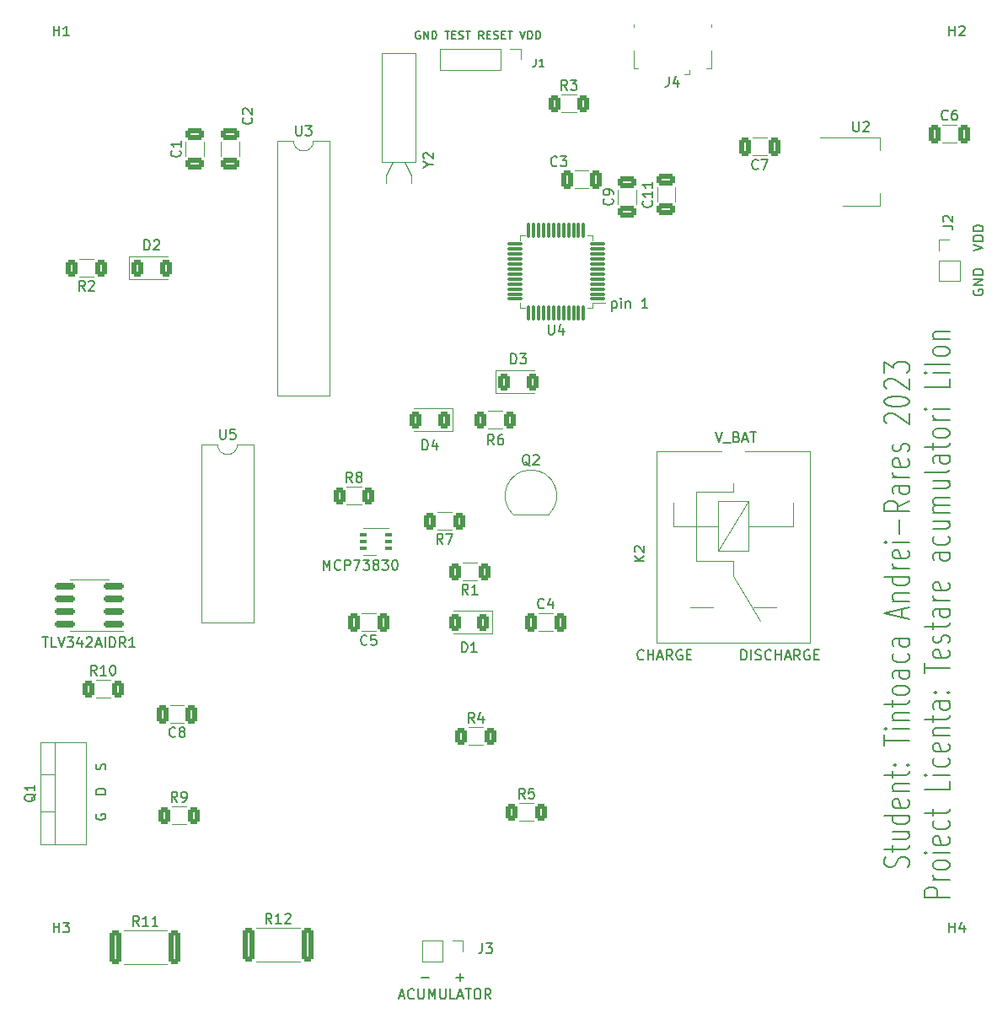
<source format=gto>
%TF.GenerationSoftware,KiCad,Pcbnew,7.0.1*%
%TF.CreationDate,2023-05-29T19:52:37+03:00*%
%TF.ProjectId,First_sketch_licenta,46697273-745f-4736-9b65-7463685f6c69,rev?*%
%TF.SameCoordinates,Original*%
%TF.FileFunction,Legend,Top*%
%TF.FilePolarity,Positive*%
%FSLAX46Y46*%
G04 Gerber Fmt 4.6, Leading zero omitted, Abs format (unit mm)*
G04 Created by KiCad (PCBNEW 7.0.1) date 2023-05-29 19:52:37*
%MOMM*%
%LPD*%
G01*
G04 APERTURE LIST*
G04 Aperture macros list*
%AMRoundRect*
0 Rectangle with rounded corners*
0 $1 Rounding radius*
0 $2 $3 $4 $5 $6 $7 $8 $9 X,Y pos of 4 corners*
0 Add a 4 corners polygon primitive as box body*
4,1,4,$2,$3,$4,$5,$6,$7,$8,$9,$2,$3,0*
0 Add four circle primitives for the rounded corners*
1,1,$1+$1,$2,$3*
1,1,$1+$1,$4,$5*
1,1,$1+$1,$6,$7*
1,1,$1+$1,$8,$9*
0 Add four rect primitives between the rounded corners*
20,1,$1+$1,$2,$3,$4,$5,0*
20,1,$1+$1,$4,$5,$6,$7,0*
20,1,$1+$1,$6,$7,$8,$9,0*
20,1,$1+$1,$8,$9,$2,$3,0*%
G04 Aperture macros list end*
%ADD10C,0.150000*%
%ADD11C,0.120000*%
%ADD12R,1.350000X1.350000*%
%ADD13O,1.350000X1.350000*%
%ADD14R,2.000000X1.500000*%
%ADD15R,2.000000X3.800000*%
%ADD16RoundRect,0.250000X-0.312500X-0.625000X0.312500X-0.625000X0.312500X0.625000X-0.312500X0.625000X0*%
%ADD17O,1.200000X1.900000*%
%ADD18R,1.200000X1.900000*%
%ADD19C,1.450000*%
%ADD20R,1.500000X1.900000*%
%ADD21R,0.400000X1.350000*%
%ADD22RoundRect,0.250000X0.312500X0.625000X-0.312500X0.625000X-0.312500X-0.625000X0.312500X-0.625000X0*%
%ADD23R,1.600000X1.600000*%
%ADD24O,1.600000X1.600000*%
%ADD25RoundRect,0.150000X0.825000X0.150000X-0.825000X0.150000X-0.825000X-0.150000X0.825000X-0.150000X0*%
%ADD26R,2.290000X3.000000*%
%ADD27C,3.200000*%
%ADD28RoundRect,0.250000X-0.325000X-0.650000X0.325000X-0.650000X0.325000X0.650000X-0.325000X0.650000X0*%
%ADD29RoundRect,0.250000X0.325000X0.650000X-0.325000X0.650000X-0.325000X-0.650000X0.325000X-0.650000X0*%
%ADD30RoundRect,0.250000X0.650000X-0.325000X0.650000X0.325000X-0.650000X0.325000X-0.650000X-0.325000X0*%
%ADD31RoundRect,0.250000X-0.362500X-1.425000X0.362500X-1.425000X0.362500X1.425000X-0.362500X1.425000X0*%
%ADD32R,2.000000X1.905000*%
%ADD33O,2.000000X1.905000*%
%ADD34RoundRect,0.075000X0.300000X0.075000X-0.300000X0.075000X-0.300000X-0.075000X0.300000X-0.075000X0*%
%ADD35R,1.300000X2.000000*%
%ADD36R,1.050000X1.500000*%
%ADD37O,1.050000X1.500000*%
%ADD38C,1.000000*%
%ADD39RoundRect,0.075000X0.662500X0.075000X-0.662500X0.075000X-0.662500X-0.075000X0.662500X-0.075000X0*%
%ADD40RoundRect,0.075000X0.075000X0.662500X-0.075000X0.662500X-0.075000X-0.662500X0.075000X-0.662500X0*%
%ADD41RoundRect,0.250000X-0.375000X-0.625000X0.375000X-0.625000X0.375000X0.625000X-0.375000X0.625000X0*%
%ADD42RoundRect,0.250000X0.375000X0.625000X-0.375000X0.625000X-0.375000X-0.625000X0.375000X-0.625000X0*%
%ADD43C,3.000000*%
G04 APERTURE END LIST*
D10*
X189968762Y-141654904D02*
X190444952Y-141654904D01*
X189873524Y-141940619D02*
X190206857Y-140940619D01*
X190206857Y-140940619D02*
X190540190Y-141940619D01*
X191444952Y-141845380D02*
X191397333Y-141893000D01*
X191397333Y-141893000D02*
X191254476Y-141940619D01*
X191254476Y-141940619D02*
X191159238Y-141940619D01*
X191159238Y-141940619D02*
X191016381Y-141893000D01*
X191016381Y-141893000D02*
X190921143Y-141797761D01*
X190921143Y-141797761D02*
X190873524Y-141702523D01*
X190873524Y-141702523D02*
X190825905Y-141512047D01*
X190825905Y-141512047D02*
X190825905Y-141369190D01*
X190825905Y-141369190D02*
X190873524Y-141178714D01*
X190873524Y-141178714D02*
X190921143Y-141083476D01*
X190921143Y-141083476D02*
X191016381Y-140988238D01*
X191016381Y-140988238D02*
X191159238Y-140940619D01*
X191159238Y-140940619D02*
X191254476Y-140940619D01*
X191254476Y-140940619D02*
X191397333Y-140988238D01*
X191397333Y-140988238D02*
X191444952Y-141035857D01*
X191873524Y-140940619D02*
X191873524Y-141750142D01*
X191873524Y-141750142D02*
X191921143Y-141845380D01*
X191921143Y-141845380D02*
X191968762Y-141893000D01*
X191968762Y-141893000D02*
X192064000Y-141940619D01*
X192064000Y-141940619D02*
X192254476Y-141940619D01*
X192254476Y-141940619D02*
X192349714Y-141893000D01*
X192349714Y-141893000D02*
X192397333Y-141845380D01*
X192397333Y-141845380D02*
X192444952Y-141750142D01*
X192444952Y-141750142D02*
X192444952Y-140940619D01*
X192921143Y-141940619D02*
X192921143Y-140940619D01*
X192921143Y-140940619D02*
X193254476Y-141654904D01*
X193254476Y-141654904D02*
X193587809Y-140940619D01*
X193587809Y-140940619D02*
X193587809Y-141940619D01*
X194064000Y-140940619D02*
X194064000Y-141750142D01*
X194064000Y-141750142D02*
X194111619Y-141845380D01*
X194111619Y-141845380D02*
X194159238Y-141893000D01*
X194159238Y-141893000D02*
X194254476Y-141940619D01*
X194254476Y-141940619D02*
X194444952Y-141940619D01*
X194444952Y-141940619D02*
X194540190Y-141893000D01*
X194540190Y-141893000D02*
X194587809Y-141845380D01*
X194587809Y-141845380D02*
X194635428Y-141750142D01*
X194635428Y-141750142D02*
X194635428Y-140940619D01*
X195587809Y-141940619D02*
X195111619Y-141940619D01*
X195111619Y-141940619D02*
X195111619Y-140940619D01*
X195873524Y-141654904D02*
X196349714Y-141654904D01*
X195778286Y-141940619D02*
X196111619Y-140940619D01*
X196111619Y-140940619D02*
X196444952Y-141940619D01*
X196635429Y-140940619D02*
X197206857Y-140940619D01*
X196921143Y-141940619D02*
X196921143Y-140940619D01*
X197730667Y-140940619D02*
X197921143Y-140940619D01*
X197921143Y-140940619D02*
X198016381Y-140988238D01*
X198016381Y-140988238D02*
X198111619Y-141083476D01*
X198111619Y-141083476D02*
X198159238Y-141273952D01*
X198159238Y-141273952D02*
X198159238Y-141607285D01*
X198159238Y-141607285D02*
X198111619Y-141797761D01*
X198111619Y-141797761D02*
X198016381Y-141893000D01*
X198016381Y-141893000D02*
X197921143Y-141940619D01*
X197921143Y-141940619D02*
X197730667Y-141940619D01*
X197730667Y-141940619D02*
X197635429Y-141893000D01*
X197635429Y-141893000D02*
X197540191Y-141797761D01*
X197540191Y-141797761D02*
X197492572Y-141607285D01*
X197492572Y-141607285D02*
X197492572Y-141273952D01*
X197492572Y-141273952D02*
X197540191Y-141083476D01*
X197540191Y-141083476D02*
X197635429Y-140988238D01*
X197635429Y-140988238D02*
X197730667Y-140940619D01*
X199159238Y-141940619D02*
X198825905Y-141464428D01*
X198587810Y-141940619D02*
X198587810Y-140940619D01*
X198587810Y-140940619D02*
X198968762Y-140940619D01*
X198968762Y-140940619D02*
X199064000Y-140988238D01*
X199064000Y-140988238D02*
X199111619Y-141035857D01*
X199111619Y-141035857D02*
X199159238Y-141131095D01*
X199159238Y-141131095D02*
X199159238Y-141273952D01*
X199159238Y-141273952D02*
X199111619Y-141369190D01*
X199111619Y-141369190D02*
X199064000Y-141416809D01*
X199064000Y-141416809D02*
X198968762Y-141464428D01*
X198968762Y-141464428D02*
X198587810Y-141464428D01*
X241074500Y-128749426D02*
X241193547Y-128492284D01*
X241193547Y-128492284D02*
X241193547Y-128063712D01*
X241193547Y-128063712D02*
X241074500Y-127892284D01*
X241074500Y-127892284D02*
X240955452Y-127806569D01*
X240955452Y-127806569D02*
X240717357Y-127720855D01*
X240717357Y-127720855D02*
X240479261Y-127720855D01*
X240479261Y-127720855D02*
X240241166Y-127806569D01*
X240241166Y-127806569D02*
X240122119Y-127892284D01*
X240122119Y-127892284D02*
X240003071Y-128063712D01*
X240003071Y-128063712D02*
X239884023Y-128406569D01*
X239884023Y-128406569D02*
X239764976Y-128577998D01*
X239764976Y-128577998D02*
X239645928Y-128663712D01*
X239645928Y-128663712D02*
X239407833Y-128749426D01*
X239407833Y-128749426D02*
X239169738Y-128749426D01*
X239169738Y-128749426D02*
X238931642Y-128663712D01*
X238931642Y-128663712D02*
X238812595Y-128577998D01*
X238812595Y-128577998D02*
X238693547Y-128406569D01*
X238693547Y-128406569D02*
X238693547Y-127977998D01*
X238693547Y-127977998D02*
X238812595Y-127720855D01*
X239526880Y-127206569D02*
X239526880Y-126520855D01*
X238693547Y-126949426D02*
X240836404Y-126949426D01*
X240836404Y-126949426D02*
X241074500Y-126863712D01*
X241074500Y-126863712D02*
X241193547Y-126692283D01*
X241193547Y-126692283D02*
X241193547Y-126520855D01*
X239526880Y-125149427D02*
X241193547Y-125149427D01*
X239526880Y-125920855D02*
X240836404Y-125920855D01*
X240836404Y-125920855D02*
X241074500Y-125835141D01*
X241074500Y-125835141D02*
X241193547Y-125663712D01*
X241193547Y-125663712D02*
X241193547Y-125406569D01*
X241193547Y-125406569D02*
X241074500Y-125235141D01*
X241074500Y-125235141D02*
X240955452Y-125149427D01*
X241193547Y-123520856D02*
X238693547Y-123520856D01*
X241074500Y-123520856D02*
X241193547Y-123692284D01*
X241193547Y-123692284D02*
X241193547Y-124035141D01*
X241193547Y-124035141D02*
X241074500Y-124206570D01*
X241074500Y-124206570D02*
X240955452Y-124292284D01*
X240955452Y-124292284D02*
X240717357Y-124377998D01*
X240717357Y-124377998D02*
X240003071Y-124377998D01*
X240003071Y-124377998D02*
X239764976Y-124292284D01*
X239764976Y-124292284D02*
X239645928Y-124206570D01*
X239645928Y-124206570D02*
X239526880Y-124035141D01*
X239526880Y-124035141D02*
X239526880Y-123692284D01*
X239526880Y-123692284D02*
X239645928Y-123520856D01*
X241074500Y-121977999D02*
X241193547Y-122149427D01*
X241193547Y-122149427D02*
X241193547Y-122492285D01*
X241193547Y-122492285D02*
X241074500Y-122663713D01*
X241074500Y-122663713D02*
X240836404Y-122749427D01*
X240836404Y-122749427D02*
X239884023Y-122749427D01*
X239884023Y-122749427D02*
X239645928Y-122663713D01*
X239645928Y-122663713D02*
X239526880Y-122492285D01*
X239526880Y-122492285D02*
X239526880Y-122149427D01*
X239526880Y-122149427D02*
X239645928Y-121977999D01*
X239645928Y-121977999D02*
X239884023Y-121892285D01*
X239884023Y-121892285D02*
X240122119Y-121892285D01*
X240122119Y-121892285D02*
X240360214Y-122749427D01*
X239526880Y-121120856D02*
X241193547Y-121120856D01*
X239764976Y-121120856D02*
X239645928Y-121035142D01*
X239645928Y-121035142D02*
X239526880Y-120863713D01*
X239526880Y-120863713D02*
X239526880Y-120606570D01*
X239526880Y-120606570D02*
X239645928Y-120435142D01*
X239645928Y-120435142D02*
X239884023Y-120349428D01*
X239884023Y-120349428D02*
X241193547Y-120349428D01*
X239526880Y-119749428D02*
X239526880Y-119063714D01*
X238693547Y-119492285D02*
X240836404Y-119492285D01*
X240836404Y-119492285D02*
X241074500Y-119406571D01*
X241074500Y-119406571D02*
X241193547Y-119235142D01*
X241193547Y-119235142D02*
X241193547Y-119063714D01*
X240955452Y-118463714D02*
X241074500Y-118378000D01*
X241074500Y-118378000D02*
X241193547Y-118463714D01*
X241193547Y-118463714D02*
X241074500Y-118549428D01*
X241074500Y-118549428D02*
X240955452Y-118463714D01*
X240955452Y-118463714D02*
X241193547Y-118463714D01*
X239645928Y-118463714D02*
X239764976Y-118378000D01*
X239764976Y-118378000D02*
X239884023Y-118463714D01*
X239884023Y-118463714D02*
X239764976Y-118549428D01*
X239764976Y-118549428D02*
X239645928Y-118463714D01*
X239645928Y-118463714D02*
X239884023Y-118463714D01*
X238693547Y-116492285D02*
X238693547Y-115463714D01*
X241193547Y-115977999D02*
X238693547Y-115977999D01*
X241193547Y-114863713D02*
X239526880Y-114863713D01*
X238693547Y-114863713D02*
X238812595Y-114949427D01*
X238812595Y-114949427D02*
X238931642Y-114863713D01*
X238931642Y-114863713D02*
X238812595Y-114777999D01*
X238812595Y-114777999D02*
X238693547Y-114863713D01*
X238693547Y-114863713D02*
X238931642Y-114863713D01*
X239526880Y-114006570D02*
X241193547Y-114006570D01*
X239764976Y-114006570D02*
X239645928Y-113920856D01*
X239645928Y-113920856D02*
X239526880Y-113749427D01*
X239526880Y-113749427D02*
X239526880Y-113492284D01*
X239526880Y-113492284D02*
X239645928Y-113320856D01*
X239645928Y-113320856D02*
X239884023Y-113235142D01*
X239884023Y-113235142D02*
X241193547Y-113235142D01*
X239526880Y-112635142D02*
X239526880Y-111949428D01*
X238693547Y-112377999D02*
X240836404Y-112377999D01*
X240836404Y-112377999D02*
X241074500Y-112292285D01*
X241074500Y-112292285D02*
X241193547Y-112120856D01*
X241193547Y-112120856D02*
X241193547Y-111949428D01*
X241193547Y-111092285D02*
X241074500Y-111263714D01*
X241074500Y-111263714D02*
X240955452Y-111349428D01*
X240955452Y-111349428D02*
X240717357Y-111435142D01*
X240717357Y-111435142D02*
X240003071Y-111435142D01*
X240003071Y-111435142D02*
X239764976Y-111349428D01*
X239764976Y-111349428D02*
X239645928Y-111263714D01*
X239645928Y-111263714D02*
X239526880Y-111092285D01*
X239526880Y-111092285D02*
X239526880Y-110835142D01*
X239526880Y-110835142D02*
X239645928Y-110663714D01*
X239645928Y-110663714D02*
X239764976Y-110578000D01*
X239764976Y-110578000D02*
X240003071Y-110492285D01*
X240003071Y-110492285D02*
X240717357Y-110492285D01*
X240717357Y-110492285D02*
X240955452Y-110578000D01*
X240955452Y-110578000D02*
X241074500Y-110663714D01*
X241074500Y-110663714D02*
X241193547Y-110835142D01*
X241193547Y-110835142D02*
X241193547Y-111092285D01*
X241193547Y-108949429D02*
X239884023Y-108949429D01*
X239884023Y-108949429D02*
X239645928Y-109035143D01*
X239645928Y-109035143D02*
X239526880Y-109206571D01*
X239526880Y-109206571D02*
X239526880Y-109549429D01*
X239526880Y-109549429D02*
X239645928Y-109720857D01*
X241074500Y-108949429D02*
X241193547Y-109120857D01*
X241193547Y-109120857D02*
X241193547Y-109549429D01*
X241193547Y-109549429D02*
X241074500Y-109720857D01*
X241074500Y-109720857D02*
X240836404Y-109806571D01*
X240836404Y-109806571D02*
X240598309Y-109806571D01*
X240598309Y-109806571D02*
X240360214Y-109720857D01*
X240360214Y-109720857D02*
X240241166Y-109549429D01*
X240241166Y-109549429D02*
X240241166Y-109120857D01*
X240241166Y-109120857D02*
X240122119Y-108949429D01*
X241074500Y-107320858D02*
X241193547Y-107492286D01*
X241193547Y-107492286D02*
X241193547Y-107835143D01*
X241193547Y-107835143D02*
X241074500Y-108006572D01*
X241074500Y-108006572D02*
X240955452Y-108092286D01*
X240955452Y-108092286D02*
X240717357Y-108178000D01*
X240717357Y-108178000D02*
X240003071Y-108178000D01*
X240003071Y-108178000D02*
X239764976Y-108092286D01*
X239764976Y-108092286D02*
X239645928Y-108006572D01*
X239645928Y-108006572D02*
X239526880Y-107835143D01*
X239526880Y-107835143D02*
X239526880Y-107492286D01*
X239526880Y-107492286D02*
X239645928Y-107320858D01*
X241193547Y-105778001D02*
X239884023Y-105778001D01*
X239884023Y-105778001D02*
X239645928Y-105863715D01*
X239645928Y-105863715D02*
X239526880Y-106035143D01*
X239526880Y-106035143D02*
X239526880Y-106378001D01*
X239526880Y-106378001D02*
X239645928Y-106549429D01*
X241074500Y-105778001D02*
X241193547Y-105949429D01*
X241193547Y-105949429D02*
X241193547Y-106378001D01*
X241193547Y-106378001D02*
X241074500Y-106549429D01*
X241074500Y-106549429D02*
X240836404Y-106635143D01*
X240836404Y-106635143D02*
X240598309Y-106635143D01*
X240598309Y-106635143D02*
X240360214Y-106549429D01*
X240360214Y-106549429D02*
X240241166Y-106378001D01*
X240241166Y-106378001D02*
X240241166Y-105949429D01*
X240241166Y-105949429D02*
X240122119Y-105778001D01*
X240479261Y-103635143D02*
X240479261Y-102778001D01*
X241193547Y-103806572D02*
X238693547Y-103206572D01*
X238693547Y-103206572D02*
X241193547Y-102606572D01*
X239526880Y-102006572D02*
X241193547Y-102006572D01*
X239764976Y-102006572D02*
X239645928Y-101920858D01*
X239645928Y-101920858D02*
X239526880Y-101749429D01*
X239526880Y-101749429D02*
X239526880Y-101492286D01*
X239526880Y-101492286D02*
X239645928Y-101320858D01*
X239645928Y-101320858D02*
X239884023Y-101235144D01*
X239884023Y-101235144D02*
X241193547Y-101235144D01*
X241193547Y-99606573D02*
X238693547Y-99606573D01*
X241074500Y-99606573D02*
X241193547Y-99778001D01*
X241193547Y-99778001D02*
X241193547Y-100120858D01*
X241193547Y-100120858D02*
X241074500Y-100292287D01*
X241074500Y-100292287D02*
X240955452Y-100378001D01*
X240955452Y-100378001D02*
X240717357Y-100463715D01*
X240717357Y-100463715D02*
X240003071Y-100463715D01*
X240003071Y-100463715D02*
X239764976Y-100378001D01*
X239764976Y-100378001D02*
X239645928Y-100292287D01*
X239645928Y-100292287D02*
X239526880Y-100120858D01*
X239526880Y-100120858D02*
X239526880Y-99778001D01*
X239526880Y-99778001D02*
X239645928Y-99606573D01*
X241193547Y-98749430D02*
X239526880Y-98749430D01*
X240003071Y-98749430D02*
X239764976Y-98663716D01*
X239764976Y-98663716D02*
X239645928Y-98578002D01*
X239645928Y-98578002D02*
X239526880Y-98406573D01*
X239526880Y-98406573D02*
X239526880Y-98235144D01*
X241074500Y-96949430D02*
X241193547Y-97120858D01*
X241193547Y-97120858D02*
X241193547Y-97463716D01*
X241193547Y-97463716D02*
X241074500Y-97635144D01*
X241074500Y-97635144D02*
X240836404Y-97720858D01*
X240836404Y-97720858D02*
X239884023Y-97720858D01*
X239884023Y-97720858D02*
X239645928Y-97635144D01*
X239645928Y-97635144D02*
X239526880Y-97463716D01*
X239526880Y-97463716D02*
X239526880Y-97120858D01*
X239526880Y-97120858D02*
X239645928Y-96949430D01*
X239645928Y-96949430D02*
X239884023Y-96863716D01*
X239884023Y-96863716D02*
X240122119Y-96863716D01*
X240122119Y-96863716D02*
X240360214Y-97720858D01*
X241193547Y-96092287D02*
X239526880Y-96092287D01*
X238693547Y-96092287D02*
X238812595Y-96178001D01*
X238812595Y-96178001D02*
X238931642Y-96092287D01*
X238931642Y-96092287D02*
X238812595Y-96006573D01*
X238812595Y-96006573D02*
X238693547Y-96092287D01*
X238693547Y-96092287D02*
X238931642Y-96092287D01*
X240241166Y-95235144D02*
X240241166Y-93863716D01*
X241193547Y-91978002D02*
X240003071Y-92578002D01*
X241193547Y-93006573D02*
X238693547Y-93006573D01*
X238693547Y-93006573D02*
X238693547Y-92320859D01*
X238693547Y-92320859D02*
X238812595Y-92149430D01*
X238812595Y-92149430D02*
X238931642Y-92063716D01*
X238931642Y-92063716D02*
X239169738Y-91978002D01*
X239169738Y-91978002D02*
X239526880Y-91978002D01*
X239526880Y-91978002D02*
X239764976Y-92063716D01*
X239764976Y-92063716D02*
X239884023Y-92149430D01*
X239884023Y-92149430D02*
X240003071Y-92320859D01*
X240003071Y-92320859D02*
X240003071Y-93006573D01*
X241193547Y-90435145D02*
X239884023Y-90435145D01*
X239884023Y-90435145D02*
X239645928Y-90520859D01*
X239645928Y-90520859D02*
X239526880Y-90692287D01*
X239526880Y-90692287D02*
X239526880Y-91035145D01*
X239526880Y-91035145D02*
X239645928Y-91206573D01*
X241074500Y-90435145D02*
X241193547Y-90606573D01*
X241193547Y-90606573D02*
X241193547Y-91035145D01*
X241193547Y-91035145D02*
X241074500Y-91206573D01*
X241074500Y-91206573D02*
X240836404Y-91292287D01*
X240836404Y-91292287D02*
X240598309Y-91292287D01*
X240598309Y-91292287D02*
X240360214Y-91206573D01*
X240360214Y-91206573D02*
X240241166Y-91035145D01*
X240241166Y-91035145D02*
X240241166Y-90606573D01*
X240241166Y-90606573D02*
X240122119Y-90435145D01*
X241193547Y-89578002D02*
X239526880Y-89578002D01*
X240003071Y-89578002D02*
X239764976Y-89492288D01*
X239764976Y-89492288D02*
X239645928Y-89406574D01*
X239645928Y-89406574D02*
X239526880Y-89235145D01*
X239526880Y-89235145D02*
X239526880Y-89063716D01*
X241074500Y-87778002D02*
X241193547Y-87949430D01*
X241193547Y-87949430D02*
X241193547Y-88292288D01*
X241193547Y-88292288D02*
X241074500Y-88463716D01*
X241074500Y-88463716D02*
X240836404Y-88549430D01*
X240836404Y-88549430D02*
X239884023Y-88549430D01*
X239884023Y-88549430D02*
X239645928Y-88463716D01*
X239645928Y-88463716D02*
X239526880Y-88292288D01*
X239526880Y-88292288D02*
X239526880Y-87949430D01*
X239526880Y-87949430D02*
X239645928Y-87778002D01*
X239645928Y-87778002D02*
X239884023Y-87692288D01*
X239884023Y-87692288D02*
X240122119Y-87692288D01*
X240122119Y-87692288D02*
X240360214Y-88549430D01*
X241074500Y-87006573D02*
X241193547Y-86835145D01*
X241193547Y-86835145D02*
X241193547Y-86492288D01*
X241193547Y-86492288D02*
X241074500Y-86320859D01*
X241074500Y-86320859D02*
X240836404Y-86235145D01*
X240836404Y-86235145D02*
X240717357Y-86235145D01*
X240717357Y-86235145D02*
X240479261Y-86320859D01*
X240479261Y-86320859D02*
X240360214Y-86492288D01*
X240360214Y-86492288D02*
X240360214Y-86749431D01*
X240360214Y-86749431D02*
X240241166Y-86920859D01*
X240241166Y-86920859D02*
X240003071Y-87006573D01*
X240003071Y-87006573D02*
X239884023Y-87006573D01*
X239884023Y-87006573D02*
X239645928Y-86920859D01*
X239645928Y-86920859D02*
X239526880Y-86749431D01*
X239526880Y-86749431D02*
X239526880Y-86492288D01*
X239526880Y-86492288D02*
X239645928Y-86320859D01*
X238931642Y-84178001D02*
X238812595Y-84092287D01*
X238812595Y-84092287D02*
X238693547Y-83920859D01*
X238693547Y-83920859D02*
X238693547Y-83492287D01*
X238693547Y-83492287D02*
X238812595Y-83320859D01*
X238812595Y-83320859D02*
X238931642Y-83235144D01*
X238931642Y-83235144D02*
X239169738Y-83149430D01*
X239169738Y-83149430D02*
X239407833Y-83149430D01*
X239407833Y-83149430D02*
X239764976Y-83235144D01*
X239764976Y-83235144D02*
X241193547Y-84263716D01*
X241193547Y-84263716D02*
X241193547Y-83149430D01*
X238693547Y-82035144D02*
X238693547Y-81863715D01*
X238693547Y-81863715D02*
X238812595Y-81692287D01*
X238812595Y-81692287D02*
X238931642Y-81606573D01*
X238931642Y-81606573D02*
X239169738Y-81520858D01*
X239169738Y-81520858D02*
X239645928Y-81435144D01*
X239645928Y-81435144D02*
X240241166Y-81435144D01*
X240241166Y-81435144D02*
X240717357Y-81520858D01*
X240717357Y-81520858D02*
X240955452Y-81606573D01*
X240955452Y-81606573D02*
X241074500Y-81692287D01*
X241074500Y-81692287D02*
X241193547Y-81863715D01*
X241193547Y-81863715D02*
X241193547Y-82035144D01*
X241193547Y-82035144D02*
X241074500Y-82206573D01*
X241074500Y-82206573D02*
X240955452Y-82292287D01*
X240955452Y-82292287D02*
X240717357Y-82378001D01*
X240717357Y-82378001D02*
X240241166Y-82463715D01*
X240241166Y-82463715D02*
X239645928Y-82463715D01*
X239645928Y-82463715D02*
X239169738Y-82378001D01*
X239169738Y-82378001D02*
X238931642Y-82292287D01*
X238931642Y-82292287D02*
X238812595Y-82206573D01*
X238812595Y-82206573D02*
X238693547Y-82035144D01*
X238931642Y-80749429D02*
X238812595Y-80663715D01*
X238812595Y-80663715D02*
X238693547Y-80492287D01*
X238693547Y-80492287D02*
X238693547Y-80063715D01*
X238693547Y-80063715D02*
X238812595Y-79892287D01*
X238812595Y-79892287D02*
X238931642Y-79806572D01*
X238931642Y-79806572D02*
X239169738Y-79720858D01*
X239169738Y-79720858D02*
X239407833Y-79720858D01*
X239407833Y-79720858D02*
X239764976Y-79806572D01*
X239764976Y-79806572D02*
X241193547Y-80835144D01*
X241193547Y-80835144D02*
X241193547Y-79720858D01*
X238693547Y-79120858D02*
X238693547Y-78006572D01*
X238693547Y-78006572D02*
X239645928Y-78606572D01*
X239645928Y-78606572D02*
X239645928Y-78349429D01*
X239645928Y-78349429D02*
X239764976Y-78178001D01*
X239764976Y-78178001D02*
X239884023Y-78092286D01*
X239884023Y-78092286D02*
X240122119Y-78006572D01*
X240122119Y-78006572D02*
X240717357Y-78006572D01*
X240717357Y-78006572D02*
X240955452Y-78092286D01*
X240955452Y-78092286D02*
X241074500Y-78178001D01*
X241074500Y-78178001D02*
X241193547Y-78349429D01*
X241193547Y-78349429D02*
X241193547Y-78863715D01*
X241193547Y-78863715D02*
X241074500Y-79035143D01*
X241074500Y-79035143D02*
X240955452Y-79120858D01*
X245243547Y-131792283D02*
X242743547Y-131792283D01*
X242743547Y-131792283D02*
X242743547Y-131106569D01*
X242743547Y-131106569D02*
X242862595Y-130935140D01*
X242862595Y-130935140D02*
X242981642Y-130849426D01*
X242981642Y-130849426D02*
X243219738Y-130763712D01*
X243219738Y-130763712D02*
X243576880Y-130763712D01*
X243576880Y-130763712D02*
X243814976Y-130849426D01*
X243814976Y-130849426D02*
X243934023Y-130935140D01*
X243934023Y-130935140D02*
X244053071Y-131106569D01*
X244053071Y-131106569D02*
X244053071Y-131792283D01*
X245243547Y-129992283D02*
X243576880Y-129992283D01*
X244053071Y-129992283D02*
X243814976Y-129906569D01*
X243814976Y-129906569D02*
X243695928Y-129820855D01*
X243695928Y-129820855D02*
X243576880Y-129649426D01*
X243576880Y-129649426D02*
X243576880Y-129477997D01*
X245243547Y-128620854D02*
X245124500Y-128792283D01*
X245124500Y-128792283D02*
X245005452Y-128877997D01*
X245005452Y-128877997D02*
X244767357Y-128963711D01*
X244767357Y-128963711D02*
X244053071Y-128963711D01*
X244053071Y-128963711D02*
X243814976Y-128877997D01*
X243814976Y-128877997D02*
X243695928Y-128792283D01*
X243695928Y-128792283D02*
X243576880Y-128620854D01*
X243576880Y-128620854D02*
X243576880Y-128363711D01*
X243576880Y-128363711D02*
X243695928Y-128192283D01*
X243695928Y-128192283D02*
X243814976Y-128106569D01*
X243814976Y-128106569D02*
X244053071Y-128020854D01*
X244053071Y-128020854D02*
X244767357Y-128020854D01*
X244767357Y-128020854D02*
X245005452Y-128106569D01*
X245005452Y-128106569D02*
X245124500Y-128192283D01*
X245124500Y-128192283D02*
X245243547Y-128363711D01*
X245243547Y-128363711D02*
X245243547Y-128620854D01*
X245243547Y-127249426D02*
X243576880Y-127249426D01*
X242743547Y-127249426D02*
X242862595Y-127335140D01*
X242862595Y-127335140D02*
X242981642Y-127249426D01*
X242981642Y-127249426D02*
X242862595Y-127163712D01*
X242862595Y-127163712D02*
X242743547Y-127249426D01*
X242743547Y-127249426D02*
X242981642Y-127249426D01*
X245124500Y-125706569D02*
X245243547Y-125877997D01*
X245243547Y-125877997D02*
X245243547Y-126220855D01*
X245243547Y-126220855D02*
X245124500Y-126392283D01*
X245124500Y-126392283D02*
X244886404Y-126477997D01*
X244886404Y-126477997D02*
X243934023Y-126477997D01*
X243934023Y-126477997D02*
X243695928Y-126392283D01*
X243695928Y-126392283D02*
X243576880Y-126220855D01*
X243576880Y-126220855D02*
X243576880Y-125877997D01*
X243576880Y-125877997D02*
X243695928Y-125706569D01*
X243695928Y-125706569D02*
X243934023Y-125620855D01*
X243934023Y-125620855D02*
X244172119Y-125620855D01*
X244172119Y-125620855D02*
X244410214Y-126477997D01*
X245124500Y-124077998D02*
X245243547Y-124249426D01*
X245243547Y-124249426D02*
X245243547Y-124592283D01*
X245243547Y-124592283D02*
X245124500Y-124763712D01*
X245124500Y-124763712D02*
X245005452Y-124849426D01*
X245005452Y-124849426D02*
X244767357Y-124935140D01*
X244767357Y-124935140D02*
X244053071Y-124935140D01*
X244053071Y-124935140D02*
X243814976Y-124849426D01*
X243814976Y-124849426D02*
X243695928Y-124763712D01*
X243695928Y-124763712D02*
X243576880Y-124592283D01*
X243576880Y-124592283D02*
X243576880Y-124249426D01*
X243576880Y-124249426D02*
X243695928Y-124077998D01*
X243576880Y-123563712D02*
X243576880Y-122877998D01*
X242743547Y-123306569D02*
X244886404Y-123306569D01*
X244886404Y-123306569D02*
X245124500Y-123220855D01*
X245124500Y-123220855D02*
X245243547Y-123049426D01*
X245243547Y-123049426D02*
X245243547Y-122877998D01*
X245243547Y-120049426D02*
X245243547Y-120906569D01*
X245243547Y-120906569D02*
X242743547Y-120906569D01*
X245243547Y-119449426D02*
X243576880Y-119449426D01*
X242743547Y-119449426D02*
X242862595Y-119535140D01*
X242862595Y-119535140D02*
X242981642Y-119449426D01*
X242981642Y-119449426D02*
X242862595Y-119363712D01*
X242862595Y-119363712D02*
X242743547Y-119449426D01*
X242743547Y-119449426D02*
X242981642Y-119449426D01*
X245124500Y-117820855D02*
X245243547Y-117992283D01*
X245243547Y-117992283D02*
X245243547Y-118335140D01*
X245243547Y-118335140D02*
X245124500Y-118506569D01*
X245124500Y-118506569D02*
X245005452Y-118592283D01*
X245005452Y-118592283D02*
X244767357Y-118677997D01*
X244767357Y-118677997D02*
X244053071Y-118677997D01*
X244053071Y-118677997D02*
X243814976Y-118592283D01*
X243814976Y-118592283D02*
X243695928Y-118506569D01*
X243695928Y-118506569D02*
X243576880Y-118335140D01*
X243576880Y-118335140D02*
X243576880Y-117992283D01*
X243576880Y-117992283D02*
X243695928Y-117820855D01*
X245124500Y-116363712D02*
X245243547Y-116535140D01*
X245243547Y-116535140D02*
X245243547Y-116877998D01*
X245243547Y-116877998D02*
X245124500Y-117049426D01*
X245124500Y-117049426D02*
X244886404Y-117135140D01*
X244886404Y-117135140D02*
X243934023Y-117135140D01*
X243934023Y-117135140D02*
X243695928Y-117049426D01*
X243695928Y-117049426D02*
X243576880Y-116877998D01*
X243576880Y-116877998D02*
X243576880Y-116535140D01*
X243576880Y-116535140D02*
X243695928Y-116363712D01*
X243695928Y-116363712D02*
X243934023Y-116277998D01*
X243934023Y-116277998D02*
X244172119Y-116277998D01*
X244172119Y-116277998D02*
X244410214Y-117135140D01*
X243576880Y-115506569D02*
X245243547Y-115506569D01*
X243814976Y-115506569D02*
X243695928Y-115420855D01*
X243695928Y-115420855D02*
X243576880Y-115249426D01*
X243576880Y-115249426D02*
X243576880Y-114992283D01*
X243576880Y-114992283D02*
X243695928Y-114820855D01*
X243695928Y-114820855D02*
X243934023Y-114735141D01*
X243934023Y-114735141D02*
X245243547Y-114735141D01*
X243576880Y-114135141D02*
X243576880Y-113449427D01*
X242743547Y-113877998D02*
X244886404Y-113877998D01*
X244886404Y-113877998D02*
X245124500Y-113792284D01*
X245124500Y-113792284D02*
X245243547Y-113620855D01*
X245243547Y-113620855D02*
X245243547Y-113449427D01*
X245243547Y-112077999D02*
X243934023Y-112077999D01*
X243934023Y-112077999D02*
X243695928Y-112163713D01*
X243695928Y-112163713D02*
X243576880Y-112335141D01*
X243576880Y-112335141D02*
X243576880Y-112677999D01*
X243576880Y-112677999D02*
X243695928Y-112849427D01*
X245124500Y-112077999D02*
X245243547Y-112249427D01*
X245243547Y-112249427D02*
X245243547Y-112677999D01*
X245243547Y-112677999D02*
X245124500Y-112849427D01*
X245124500Y-112849427D02*
X244886404Y-112935141D01*
X244886404Y-112935141D02*
X244648309Y-112935141D01*
X244648309Y-112935141D02*
X244410214Y-112849427D01*
X244410214Y-112849427D02*
X244291166Y-112677999D01*
X244291166Y-112677999D02*
X244291166Y-112249427D01*
X244291166Y-112249427D02*
X244172119Y-112077999D01*
X245005452Y-111220856D02*
X245124500Y-111135142D01*
X245124500Y-111135142D02*
X245243547Y-111220856D01*
X245243547Y-111220856D02*
X245124500Y-111306570D01*
X245124500Y-111306570D02*
X245005452Y-111220856D01*
X245005452Y-111220856D02*
X245243547Y-111220856D01*
X243695928Y-111220856D02*
X243814976Y-111135142D01*
X243814976Y-111135142D02*
X243934023Y-111220856D01*
X243934023Y-111220856D02*
X243814976Y-111306570D01*
X243814976Y-111306570D02*
X243695928Y-111220856D01*
X243695928Y-111220856D02*
X243934023Y-111220856D01*
X242743547Y-109249427D02*
X242743547Y-108220856D01*
X245243547Y-108735141D02*
X242743547Y-108735141D01*
X245124500Y-106935141D02*
X245243547Y-107106569D01*
X245243547Y-107106569D02*
X245243547Y-107449427D01*
X245243547Y-107449427D02*
X245124500Y-107620855D01*
X245124500Y-107620855D02*
X244886404Y-107706569D01*
X244886404Y-107706569D02*
X243934023Y-107706569D01*
X243934023Y-107706569D02*
X243695928Y-107620855D01*
X243695928Y-107620855D02*
X243576880Y-107449427D01*
X243576880Y-107449427D02*
X243576880Y-107106569D01*
X243576880Y-107106569D02*
X243695928Y-106935141D01*
X243695928Y-106935141D02*
X243934023Y-106849427D01*
X243934023Y-106849427D02*
X244172119Y-106849427D01*
X244172119Y-106849427D02*
X244410214Y-107706569D01*
X245124500Y-106163712D02*
X245243547Y-105992284D01*
X245243547Y-105992284D02*
X245243547Y-105649427D01*
X245243547Y-105649427D02*
X245124500Y-105477998D01*
X245124500Y-105477998D02*
X244886404Y-105392284D01*
X244886404Y-105392284D02*
X244767357Y-105392284D01*
X244767357Y-105392284D02*
X244529261Y-105477998D01*
X244529261Y-105477998D02*
X244410214Y-105649427D01*
X244410214Y-105649427D02*
X244410214Y-105906570D01*
X244410214Y-105906570D02*
X244291166Y-106077998D01*
X244291166Y-106077998D02*
X244053071Y-106163712D01*
X244053071Y-106163712D02*
X243934023Y-106163712D01*
X243934023Y-106163712D02*
X243695928Y-106077998D01*
X243695928Y-106077998D02*
X243576880Y-105906570D01*
X243576880Y-105906570D02*
X243576880Y-105649427D01*
X243576880Y-105649427D02*
X243695928Y-105477998D01*
X243576880Y-104877998D02*
X243576880Y-104192284D01*
X242743547Y-104620855D02*
X244886404Y-104620855D01*
X244886404Y-104620855D02*
X245124500Y-104535141D01*
X245124500Y-104535141D02*
X245243547Y-104363712D01*
X245243547Y-104363712D02*
X245243547Y-104192284D01*
X245243547Y-102820856D02*
X243934023Y-102820856D01*
X243934023Y-102820856D02*
X243695928Y-102906570D01*
X243695928Y-102906570D02*
X243576880Y-103077998D01*
X243576880Y-103077998D02*
X243576880Y-103420856D01*
X243576880Y-103420856D02*
X243695928Y-103592284D01*
X245124500Y-102820856D02*
X245243547Y-102992284D01*
X245243547Y-102992284D02*
X245243547Y-103420856D01*
X245243547Y-103420856D02*
X245124500Y-103592284D01*
X245124500Y-103592284D02*
X244886404Y-103677998D01*
X244886404Y-103677998D02*
X244648309Y-103677998D01*
X244648309Y-103677998D02*
X244410214Y-103592284D01*
X244410214Y-103592284D02*
X244291166Y-103420856D01*
X244291166Y-103420856D02*
X244291166Y-102992284D01*
X244291166Y-102992284D02*
X244172119Y-102820856D01*
X245243547Y-101963713D02*
X243576880Y-101963713D01*
X244053071Y-101963713D02*
X243814976Y-101877999D01*
X243814976Y-101877999D02*
X243695928Y-101792285D01*
X243695928Y-101792285D02*
X243576880Y-101620856D01*
X243576880Y-101620856D02*
X243576880Y-101449427D01*
X245124500Y-100163713D02*
X245243547Y-100335141D01*
X245243547Y-100335141D02*
X245243547Y-100677999D01*
X245243547Y-100677999D02*
X245124500Y-100849427D01*
X245124500Y-100849427D02*
X244886404Y-100935141D01*
X244886404Y-100935141D02*
X243934023Y-100935141D01*
X243934023Y-100935141D02*
X243695928Y-100849427D01*
X243695928Y-100849427D02*
X243576880Y-100677999D01*
X243576880Y-100677999D02*
X243576880Y-100335141D01*
X243576880Y-100335141D02*
X243695928Y-100163713D01*
X243695928Y-100163713D02*
X243934023Y-100077999D01*
X243934023Y-100077999D02*
X244172119Y-100077999D01*
X244172119Y-100077999D02*
X244410214Y-100935141D01*
X245243547Y-97163713D02*
X243934023Y-97163713D01*
X243934023Y-97163713D02*
X243695928Y-97249427D01*
X243695928Y-97249427D02*
X243576880Y-97420855D01*
X243576880Y-97420855D02*
X243576880Y-97763713D01*
X243576880Y-97763713D02*
X243695928Y-97935141D01*
X245124500Y-97163713D02*
X245243547Y-97335141D01*
X245243547Y-97335141D02*
X245243547Y-97763713D01*
X245243547Y-97763713D02*
X245124500Y-97935141D01*
X245124500Y-97935141D02*
X244886404Y-98020855D01*
X244886404Y-98020855D02*
X244648309Y-98020855D01*
X244648309Y-98020855D02*
X244410214Y-97935141D01*
X244410214Y-97935141D02*
X244291166Y-97763713D01*
X244291166Y-97763713D02*
X244291166Y-97335141D01*
X244291166Y-97335141D02*
X244172119Y-97163713D01*
X245124500Y-95535142D02*
X245243547Y-95706570D01*
X245243547Y-95706570D02*
X245243547Y-96049427D01*
X245243547Y-96049427D02*
X245124500Y-96220856D01*
X245124500Y-96220856D02*
X245005452Y-96306570D01*
X245005452Y-96306570D02*
X244767357Y-96392284D01*
X244767357Y-96392284D02*
X244053071Y-96392284D01*
X244053071Y-96392284D02*
X243814976Y-96306570D01*
X243814976Y-96306570D02*
X243695928Y-96220856D01*
X243695928Y-96220856D02*
X243576880Y-96049427D01*
X243576880Y-96049427D02*
X243576880Y-95706570D01*
X243576880Y-95706570D02*
X243695928Y-95535142D01*
X243576880Y-93992285D02*
X245243547Y-93992285D01*
X243576880Y-94763713D02*
X244886404Y-94763713D01*
X244886404Y-94763713D02*
X245124500Y-94677999D01*
X245124500Y-94677999D02*
X245243547Y-94506570D01*
X245243547Y-94506570D02*
X245243547Y-94249427D01*
X245243547Y-94249427D02*
X245124500Y-94077999D01*
X245124500Y-94077999D02*
X245005452Y-93992285D01*
X245243547Y-93135142D02*
X243576880Y-93135142D01*
X243814976Y-93135142D02*
X243695928Y-93049428D01*
X243695928Y-93049428D02*
X243576880Y-92877999D01*
X243576880Y-92877999D02*
X243576880Y-92620856D01*
X243576880Y-92620856D02*
X243695928Y-92449428D01*
X243695928Y-92449428D02*
X243934023Y-92363714D01*
X243934023Y-92363714D02*
X245243547Y-92363714D01*
X243934023Y-92363714D02*
X243695928Y-92277999D01*
X243695928Y-92277999D02*
X243576880Y-92106571D01*
X243576880Y-92106571D02*
X243576880Y-91849428D01*
X243576880Y-91849428D02*
X243695928Y-91677999D01*
X243695928Y-91677999D02*
X243934023Y-91592285D01*
X243934023Y-91592285D02*
X245243547Y-91592285D01*
X243576880Y-89963714D02*
X245243547Y-89963714D01*
X243576880Y-90735142D02*
X244886404Y-90735142D01*
X244886404Y-90735142D02*
X245124500Y-90649428D01*
X245124500Y-90649428D02*
X245243547Y-90477999D01*
X245243547Y-90477999D02*
X245243547Y-90220856D01*
X245243547Y-90220856D02*
X245124500Y-90049428D01*
X245124500Y-90049428D02*
X245005452Y-89963714D01*
X245243547Y-88849428D02*
X245124500Y-89020857D01*
X245124500Y-89020857D02*
X244886404Y-89106571D01*
X244886404Y-89106571D02*
X242743547Y-89106571D01*
X245243547Y-87392286D02*
X243934023Y-87392286D01*
X243934023Y-87392286D02*
X243695928Y-87478000D01*
X243695928Y-87478000D02*
X243576880Y-87649428D01*
X243576880Y-87649428D02*
X243576880Y-87992286D01*
X243576880Y-87992286D02*
X243695928Y-88163714D01*
X245124500Y-87392286D02*
X245243547Y-87563714D01*
X245243547Y-87563714D02*
X245243547Y-87992286D01*
X245243547Y-87992286D02*
X245124500Y-88163714D01*
X245124500Y-88163714D02*
X244886404Y-88249428D01*
X244886404Y-88249428D02*
X244648309Y-88249428D01*
X244648309Y-88249428D02*
X244410214Y-88163714D01*
X244410214Y-88163714D02*
X244291166Y-87992286D01*
X244291166Y-87992286D02*
X244291166Y-87563714D01*
X244291166Y-87563714D02*
X244172119Y-87392286D01*
X243576880Y-86792286D02*
X243576880Y-86106572D01*
X242743547Y-86535143D02*
X244886404Y-86535143D01*
X244886404Y-86535143D02*
X245124500Y-86449429D01*
X245124500Y-86449429D02*
X245243547Y-86278000D01*
X245243547Y-86278000D02*
X245243547Y-86106572D01*
X245243547Y-85249429D02*
X245124500Y-85420858D01*
X245124500Y-85420858D02*
X245005452Y-85506572D01*
X245005452Y-85506572D02*
X244767357Y-85592286D01*
X244767357Y-85592286D02*
X244053071Y-85592286D01*
X244053071Y-85592286D02*
X243814976Y-85506572D01*
X243814976Y-85506572D02*
X243695928Y-85420858D01*
X243695928Y-85420858D02*
X243576880Y-85249429D01*
X243576880Y-85249429D02*
X243576880Y-84992286D01*
X243576880Y-84992286D02*
X243695928Y-84820858D01*
X243695928Y-84820858D02*
X243814976Y-84735144D01*
X243814976Y-84735144D02*
X244053071Y-84649429D01*
X244053071Y-84649429D02*
X244767357Y-84649429D01*
X244767357Y-84649429D02*
X245005452Y-84735144D01*
X245005452Y-84735144D02*
X245124500Y-84820858D01*
X245124500Y-84820858D02*
X245243547Y-84992286D01*
X245243547Y-84992286D02*
X245243547Y-85249429D01*
X245243547Y-83878001D02*
X243576880Y-83878001D01*
X244053071Y-83878001D02*
X243814976Y-83792287D01*
X243814976Y-83792287D02*
X243695928Y-83706573D01*
X243695928Y-83706573D02*
X243576880Y-83535144D01*
X243576880Y-83535144D02*
X243576880Y-83363715D01*
X245243547Y-82763715D02*
X243576880Y-82763715D01*
X242743547Y-82763715D02*
X242862595Y-82849429D01*
X242862595Y-82849429D02*
X242981642Y-82763715D01*
X242981642Y-82763715D02*
X242862595Y-82678001D01*
X242862595Y-82678001D02*
X242743547Y-82763715D01*
X242743547Y-82763715D02*
X242981642Y-82763715D01*
X245243547Y-79678000D02*
X245243547Y-80535143D01*
X245243547Y-80535143D02*
X242743547Y-80535143D01*
X245243547Y-79078000D02*
X243576880Y-79078000D01*
X242743547Y-79078000D02*
X242862595Y-79163714D01*
X242862595Y-79163714D02*
X242981642Y-79078000D01*
X242981642Y-79078000D02*
X242862595Y-78992286D01*
X242862595Y-78992286D02*
X242743547Y-79078000D01*
X242743547Y-79078000D02*
X242981642Y-79078000D01*
X245243547Y-78220857D02*
X242743547Y-78220857D01*
X245243547Y-77106571D02*
X245124500Y-77278000D01*
X245124500Y-77278000D02*
X245005452Y-77363714D01*
X245005452Y-77363714D02*
X244767357Y-77449428D01*
X244767357Y-77449428D02*
X244053071Y-77449428D01*
X244053071Y-77449428D02*
X243814976Y-77363714D01*
X243814976Y-77363714D02*
X243695928Y-77278000D01*
X243695928Y-77278000D02*
X243576880Y-77106571D01*
X243576880Y-77106571D02*
X243576880Y-76849428D01*
X243576880Y-76849428D02*
X243695928Y-76678000D01*
X243695928Y-76678000D02*
X243814976Y-76592286D01*
X243814976Y-76592286D02*
X244053071Y-76506571D01*
X244053071Y-76506571D02*
X244767357Y-76506571D01*
X244767357Y-76506571D02*
X245005452Y-76592286D01*
X245005452Y-76592286D02*
X245124500Y-76678000D01*
X245124500Y-76678000D02*
X245243547Y-76849428D01*
X245243547Y-76849428D02*
X245243547Y-77106571D01*
X243576880Y-75735143D02*
X245243547Y-75735143D01*
X243814976Y-75735143D02*
X243695928Y-75649429D01*
X243695928Y-75649429D02*
X243576880Y-75478000D01*
X243576880Y-75478000D02*
X243576880Y-75220857D01*
X243576880Y-75220857D02*
X243695928Y-75049429D01*
X243695928Y-75049429D02*
X243934023Y-74963715D01*
X243934023Y-74963715D02*
X245243547Y-74963715D01*
X247668238Y-70770381D02*
X247620619Y-70865619D01*
X247620619Y-70865619D02*
X247620619Y-71008476D01*
X247620619Y-71008476D02*
X247668238Y-71151333D01*
X247668238Y-71151333D02*
X247763476Y-71246571D01*
X247763476Y-71246571D02*
X247858714Y-71294190D01*
X247858714Y-71294190D02*
X248049190Y-71341809D01*
X248049190Y-71341809D02*
X248192047Y-71341809D01*
X248192047Y-71341809D02*
X248382523Y-71294190D01*
X248382523Y-71294190D02*
X248477761Y-71246571D01*
X248477761Y-71246571D02*
X248573000Y-71151333D01*
X248573000Y-71151333D02*
X248620619Y-71008476D01*
X248620619Y-71008476D02*
X248620619Y-70913238D01*
X248620619Y-70913238D02*
X248573000Y-70770381D01*
X248573000Y-70770381D02*
X248525380Y-70722762D01*
X248525380Y-70722762D02*
X248192047Y-70722762D01*
X248192047Y-70722762D02*
X248192047Y-70913238D01*
X248620619Y-70294190D02*
X247620619Y-70294190D01*
X247620619Y-70294190D02*
X248620619Y-69722762D01*
X248620619Y-69722762D02*
X247620619Y-69722762D01*
X248620619Y-69246571D02*
X247620619Y-69246571D01*
X247620619Y-69246571D02*
X247620619Y-69008476D01*
X247620619Y-69008476D02*
X247668238Y-68865619D01*
X247668238Y-68865619D02*
X247763476Y-68770381D01*
X247763476Y-68770381D02*
X247858714Y-68722762D01*
X247858714Y-68722762D02*
X248049190Y-68675143D01*
X248049190Y-68675143D02*
X248192047Y-68675143D01*
X248192047Y-68675143D02*
X248382523Y-68722762D01*
X248382523Y-68722762D02*
X248477761Y-68770381D01*
X248477761Y-68770381D02*
X248573000Y-68865619D01*
X248573000Y-68865619D02*
X248620619Y-69008476D01*
X248620619Y-69008476D02*
X248620619Y-69246571D01*
X247620619Y-66865618D02*
X248620619Y-66532285D01*
X248620619Y-66532285D02*
X247620619Y-66198952D01*
X248620619Y-65865618D02*
X247620619Y-65865618D01*
X247620619Y-65865618D02*
X247620619Y-65627523D01*
X247620619Y-65627523D02*
X247668238Y-65484666D01*
X247668238Y-65484666D02*
X247763476Y-65389428D01*
X247763476Y-65389428D02*
X247858714Y-65341809D01*
X247858714Y-65341809D02*
X248049190Y-65294190D01*
X248049190Y-65294190D02*
X248192047Y-65294190D01*
X248192047Y-65294190D02*
X248382523Y-65341809D01*
X248382523Y-65341809D02*
X248477761Y-65389428D01*
X248477761Y-65389428D02*
X248573000Y-65484666D01*
X248573000Y-65484666D02*
X248620619Y-65627523D01*
X248620619Y-65627523D02*
X248620619Y-65865618D01*
X248620619Y-64865618D02*
X247620619Y-64865618D01*
X247620619Y-64865618D02*
X247620619Y-64627523D01*
X247620619Y-64627523D02*
X247668238Y-64484666D01*
X247668238Y-64484666D02*
X247763476Y-64389428D01*
X247763476Y-64389428D02*
X247858714Y-64341809D01*
X247858714Y-64341809D02*
X248049190Y-64294190D01*
X248049190Y-64294190D02*
X248192047Y-64294190D01*
X248192047Y-64294190D02*
X248382523Y-64341809D01*
X248382523Y-64341809D02*
X248477761Y-64389428D01*
X248477761Y-64389428D02*
X248573000Y-64484666D01*
X248573000Y-64484666D02*
X248620619Y-64627523D01*
X248620619Y-64627523D02*
X248620619Y-64865618D01*
X221750190Y-85060619D02*
X222083523Y-86060619D01*
X222083523Y-86060619D02*
X222416856Y-85060619D01*
X222512095Y-86155857D02*
X223273999Y-86155857D01*
X223845428Y-85536809D02*
X223988285Y-85584428D01*
X223988285Y-85584428D02*
X224035904Y-85632047D01*
X224035904Y-85632047D02*
X224083523Y-85727285D01*
X224083523Y-85727285D02*
X224083523Y-85870142D01*
X224083523Y-85870142D02*
X224035904Y-85965380D01*
X224035904Y-85965380D02*
X223988285Y-86013000D01*
X223988285Y-86013000D02*
X223893047Y-86060619D01*
X223893047Y-86060619D02*
X223512095Y-86060619D01*
X223512095Y-86060619D02*
X223512095Y-85060619D01*
X223512095Y-85060619D02*
X223845428Y-85060619D01*
X223845428Y-85060619D02*
X223940666Y-85108238D01*
X223940666Y-85108238D02*
X223988285Y-85155857D01*
X223988285Y-85155857D02*
X224035904Y-85251095D01*
X224035904Y-85251095D02*
X224035904Y-85346333D01*
X224035904Y-85346333D02*
X223988285Y-85441571D01*
X223988285Y-85441571D02*
X223940666Y-85489190D01*
X223940666Y-85489190D02*
X223845428Y-85536809D01*
X223845428Y-85536809D02*
X223512095Y-85536809D01*
X224464476Y-85774904D02*
X224940666Y-85774904D01*
X224369238Y-86060619D02*
X224702571Y-85060619D01*
X224702571Y-85060619D02*
X225035904Y-86060619D01*
X225226381Y-85060619D02*
X225797809Y-85060619D01*
X225512095Y-86060619D02*
X225512095Y-85060619D01*
X192037427Y-44820190D02*
X191961237Y-44782095D01*
X191961237Y-44782095D02*
X191846951Y-44782095D01*
X191846951Y-44782095D02*
X191732665Y-44820190D01*
X191732665Y-44820190D02*
X191656475Y-44896380D01*
X191656475Y-44896380D02*
X191618380Y-44972571D01*
X191618380Y-44972571D02*
X191580284Y-45124952D01*
X191580284Y-45124952D02*
X191580284Y-45239238D01*
X191580284Y-45239238D02*
X191618380Y-45391619D01*
X191618380Y-45391619D02*
X191656475Y-45467809D01*
X191656475Y-45467809D02*
X191732665Y-45544000D01*
X191732665Y-45544000D02*
X191846951Y-45582095D01*
X191846951Y-45582095D02*
X191923142Y-45582095D01*
X191923142Y-45582095D02*
X192037427Y-45544000D01*
X192037427Y-45544000D02*
X192075523Y-45505904D01*
X192075523Y-45505904D02*
X192075523Y-45239238D01*
X192075523Y-45239238D02*
X191923142Y-45239238D01*
X192418380Y-45582095D02*
X192418380Y-44782095D01*
X192418380Y-44782095D02*
X192875523Y-45582095D01*
X192875523Y-45582095D02*
X192875523Y-44782095D01*
X193256475Y-45582095D02*
X193256475Y-44782095D01*
X193256475Y-44782095D02*
X193446951Y-44782095D01*
X193446951Y-44782095D02*
X193561237Y-44820190D01*
X193561237Y-44820190D02*
X193637427Y-44896380D01*
X193637427Y-44896380D02*
X193675522Y-44972571D01*
X193675522Y-44972571D02*
X193713618Y-45124952D01*
X193713618Y-45124952D02*
X193713618Y-45239238D01*
X193713618Y-45239238D02*
X193675522Y-45391619D01*
X193675522Y-45391619D02*
X193637427Y-45467809D01*
X193637427Y-45467809D02*
X193561237Y-45544000D01*
X193561237Y-45544000D02*
X193446951Y-45582095D01*
X193446951Y-45582095D02*
X193256475Y-45582095D01*
X194551713Y-44782095D02*
X195008856Y-44782095D01*
X194780284Y-45582095D02*
X194780284Y-44782095D01*
X195275523Y-45163047D02*
X195542189Y-45163047D01*
X195656475Y-45582095D02*
X195275523Y-45582095D01*
X195275523Y-45582095D02*
X195275523Y-44782095D01*
X195275523Y-44782095D02*
X195656475Y-44782095D01*
X195961237Y-45544000D02*
X196075523Y-45582095D01*
X196075523Y-45582095D02*
X196265999Y-45582095D01*
X196265999Y-45582095D02*
X196342190Y-45544000D01*
X196342190Y-45544000D02*
X196380285Y-45505904D01*
X196380285Y-45505904D02*
X196418380Y-45429714D01*
X196418380Y-45429714D02*
X196418380Y-45353523D01*
X196418380Y-45353523D02*
X196380285Y-45277333D01*
X196380285Y-45277333D02*
X196342190Y-45239238D01*
X196342190Y-45239238D02*
X196265999Y-45201142D01*
X196265999Y-45201142D02*
X196113618Y-45163047D01*
X196113618Y-45163047D02*
X196037428Y-45124952D01*
X196037428Y-45124952D02*
X195999333Y-45086857D01*
X195999333Y-45086857D02*
X195961237Y-45010666D01*
X195961237Y-45010666D02*
X195961237Y-44934476D01*
X195961237Y-44934476D02*
X195999333Y-44858285D01*
X195999333Y-44858285D02*
X196037428Y-44820190D01*
X196037428Y-44820190D02*
X196113618Y-44782095D01*
X196113618Y-44782095D02*
X196304095Y-44782095D01*
X196304095Y-44782095D02*
X196418380Y-44820190D01*
X196646952Y-44782095D02*
X197104095Y-44782095D01*
X196875523Y-45582095D02*
X196875523Y-44782095D01*
X198437429Y-45582095D02*
X198170762Y-45201142D01*
X197980286Y-45582095D02*
X197980286Y-44782095D01*
X197980286Y-44782095D02*
X198285048Y-44782095D01*
X198285048Y-44782095D02*
X198361238Y-44820190D01*
X198361238Y-44820190D02*
X198399333Y-44858285D01*
X198399333Y-44858285D02*
X198437429Y-44934476D01*
X198437429Y-44934476D02*
X198437429Y-45048761D01*
X198437429Y-45048761D02*
X198399333Y-45124952D01*
X198399333Y-45124952D02*
X198361238Y-45163047D01*
X198361238Y-45163047D02*
X198285048Y-45201142D01*
X198285048Y-45201142D02*
X197980286Y-45201142D01*
X198780286Y-45163047D02*
X199046952Y-45163047D01*
X199161238Y-45582095D02*
X198780286Y-45582095D01*
X198780286Y-45582095D02*
X198780286Y-44782095D01*
X198780286Y-44782095D02*
X199161238Y-44782095D01*
X199466000Y-45544000D02*
X199580286Y-45582095D01*
X199580286Y-45582095D02*
X199770762Y-45582095D01*
X199770762Y-45582095D02*
X199846953Y-45544000D01*
X199846953Y-45544000D02*
X199885048Y-45505904D01*
X199885048Y-45505904D02*
X199923143Y-45429714D01*
X199923143Y-45429714D02*
X199923143Y-45353523D01*
X199923143Y-45353523D02*
X199885048Y-45277333D01*
X199885048Y-45277333D02*
X199846953Y-45239238D01*
X199846953Y-45239238D02*
X199770762Y-45201142D01*
X199770762Y-45201142D02*
X199618381Y-45163047D01*
X199618381Y-45163047D02*
X199542191Y-45124952D01*
X199542191Y-45124952D02*
X199504096Y-45086857D01*
X199504096Y-45086857D02*
X199466000Y-45010666D01*
X199466000Y-45010666D02*
X199466000Y-44934476D01*
X199466000Y-44934476D02*
X199504096Y-44858285D01*
X199504096Y-44858285D02*
X199542191Y-44820190D01*
X199542191Y-44820190D02*
X199618381Y-44782095D01*
X199618381Y-44782095D02*
X199808858Y-44782095D01*
X199808858Y-44782095D02*
X199923143Y-44820190D01*
X200266001Y-45163047D02*
X200532667Y-45163047D01*
X200646953Y-45582095D02*
X200266001Y-45582095D01*
X200266001Y-45582095D02*
X200266001Y-44782095D01*
X200266001Y-44782095D02*
X200646953Y-44782095D01*
X200875525Y-44782095D02*
X201332668Y-44782095D01*
X201104096Y-45582095D02*
X201104096Y-44782095D01*
X202094573Y-44782095D02*
X202361240Y-45582095D01*
X202361240Y-45582095D02*
X202627906Y-44782095D01*
X202894573Y-45582095D02*
X202894573Y-44782095D01*
X202894573Y-44782095D02*
X203085049Y-44782095D01*
X203085049Y-44782095D02*
X203199335Y-44820190D01*
X203199335Y-44820190D02*
X203275525Y-44896380D01*
X203275525Y-44896380D02*
X203313620Y-44972571D01*
X203313620Y-44972571D02*
X203351716Y-45124952D01*
X203351716Y-45124952D02*
X203351716Y-45239238D01*
X203351716Y-45239238D02*
X203313620Y-45391619D01*
X203313620Y-45391619D02*
X203275525Y-45467809D01*
X203275525Y-45467809D02*
X203199335Y-45544000D01*
X203199335Y-45544000D02*
X203085049Y-45582095D01*
X203085049Y-45582095D02*
X202894573Y-45582095D01*
X203694573Y-45582095D02*
X203694573Y-44782095D01*
X203694573Y-44782095D02*
X203885049Y-44782095D01*
X203885049Y-44782095D02*
X203999335Y-44820190D01*
X203999335Y-44820190D02*
X204075525Y-44896380D01*
X204075525Y-44896380D02*
X204113620Y-44972571D01*
X204113620Y-44972571D02*
X204151716Y-45124952D01*
X204151716Y-45124952D02*
X204151716Y-45239238D01*
X204151716Y-45239238D02*
X204113620Y-45391619D01*
X204113620Y-45391619D02*
X204075525Y-45467809D01*
X204075525Y-45467809D02*
X203999335Y-45544000D01*
X203999335Y-45544000D02*
X203885049Y-45582095D01*
X203885049Y-45582095D02*
X203694573Y-45582095D01*
X192167143Y-139781666D02*
X192929048Y-139781666D01*
X195690953Y-139781666D02*
X196452858Y-139781666D01*
X196071905Y-140162619D02*
X196071905Y-139400714D01*
X214511999Y-107809380D02*
X214464380Y-107857000D01*
X214464380Y-107857000D02*
X214321523Y-107904619D01*
X214321523Y-107904619D02*
X214226285Y-107904619D01*
X214226285Y-107904619D02*
X214083428Y-107857000D01*
X214083428Y-107857000D02*
X213988190Y-107761761D01*
X213988190Y-107761761D02*
X213940571Y-107666523D01*
X213940571Y-107666523D02*
X213892952Y-107476047D01*
X213892952Y-107476047D02*
X213892952Y-107333190D01*
X213892952Y-107333190D02*
X213940571Y-107142714D01*
X213940571Y-107142714D02*
X213988190Y-107047476D01*
X213988190Y-107047476D02*
X214083428Y-106952238D01*
X214083428Y-106952238D02*
X214226285Y-106904619D01*
X214226285Y-106904619D02*
X214321523Y-106904619D01*
X214321523Y-106904619D02*
X214464380Y-106952238D01*
X214464380Y-106952238D02*
X214511999Y-106999857D01*
X214940571Y-107904619D02*
X214940571Y-106904619D01*
X214940571Y-107380809D02*
X215511999Y-107380809D01*
X215511999Y-107904619D02*
X215511999Y-106904619D01*
X215940571Y-107618904D02*
X216416761Y-107618904D01*
X215845333Y-107904619D02*
X216178666Y-106904619D01*
X216178666Y-106904619D02*
X216511999Y-107904619D01*
X217416761Y-107904619D02*
X217083428Y-107428428D01*
X216845333Y-107904619D02*
X216845333Y-106904619D01*
X216845333Y-106904619D02*
X217226285Y-106904619D01*
X217226285Y-106904619D02*
X217321523Y-106952238D01*
X217321523Y-106952238D02*
X217369142Y-106999857D01*
X217369142Y-106999857D02*
X217416761Y-107095095D01*
X217416761Y-107095095D02*
X217416761Y-107237952D01*
X217416761Y-107237952D02*
X217369142Y-107333190D01*
X217369142Y-107333190D02*
X217321523Y-107380809D01*
X217321523Y-107380809D02*
X217226285Y-107428428D01*
X217226285Y-107428428D02*
X216845333Y-107428428D01*
X218369142Y-106952238D02*
X218273904Y-106904619D01*
X218273904Y-106904619D02*
X218131047Y-106904619D01*
X218131047Y-106904619D02*
X217988190Y-106952238D01*
X217988190Y-106952238D02*
X217892952Y-107047476D01*
X217892952Y-107047476D02*
X217845333Y-107142714D01*
X217845333Y-107142714D02*
X217797714Y-107333190D01*
X217797714Y-107333190D02*
X217797714Y-107476047D01*
X217797714Y-107476047D02*
X217845333Y-107666523D01*
X217845333Y-107666523D02*
X217892952Y-107761761D01*
X217892952Y-107761761D02*
X217988190Y-107857000D01*
X217988190Y-107857000D02*
X218131047Y-107904619D01*
X218131047Y-107904619D02*
X218226285Y-107904619D01*
X218226285Y-107904619D02*
X218369142Y-107857000D01*
X218369142Y-107857000D02*
X218416761Y-107809380D01*
X218416761Y-107809380D02*
X218416761Y-107476047D01*
X218416761Y-107476047D02*
X218226285Y-107476047D01*
X218845333Y-107380809D02*
X219178666Y-107380809D01*
X219321523Y-107904619D02*
X218845333Y-107904619D01*
X218845333Y-107904619D02*
X218845333Y-106904619D01*
X218845333Y-106904619D02*
X219321523Y-106904619D01*
X224321525Y-107904619D02*
X224321525Y-106904619D01*
X224321525Y-106904619D02*
X224559620Y-106904619D01*
X224559620Y-106904619D02*
X224702477Y-106952238D01*
X224702477Y-106952238D02*
X224797715Y-107047476D01*
X224797715Y-107047476D02*
X224845334Y-107142714D01*
X224845334Y-107142714D02*
X224892953Y-107333190D01*
X224892953Y-107333190D02*
X224892953Y-107476047D01*
X224892953Y-107476047D02*
X224845334Y-107666523D01*
X224845334Y-107666523D02*
X224797715Y-107761761D01*
X224797715Y-107761761D02*
X224702477Y-107857000D01*
X224702477Y-107857000D02*
X224559620Y-107904619D01*
X224559620Y-107904619D02*
X224321525Y-107904619D01*
X225321525Y-107904619D02*
X225321525Y-106904619D01*
X225750096Y-107857000D02*
X225892953Y-107904619D01*
X225892953Y-107904619D02*
X226131048Y-107904619D01*
X226131048Y-107904619D02*
X226226286Y-107857000D01*
X226226286Y-107857000D02*
X226273905Y-107809380D01*
X226273905Y-107809380D02*
X226321524Y-107714142D01*
X226321524Y-107714142D02*
X226321524Y-107618904D01*
X226321524Y-107618904D02*
X226273905Y-107523666D01*
X226273905Y-107523666D02*
X226226286Y-107476047D01*
X226226286Y-107476047D02*
X226131048Y-107428428D01*
X226131048Y-107428428D02*
X225940572Y-107380809D01*
X225940572Y-107380809D02*
X225845334Y-107333190D01*
X225845334Y-107333190D02*
X225797715Y-107285571D01*
X225797715Y-107285571D02*
X225750096Y-107190333D01*
X225750096Y-107190333D02*
X225750096Y-107095095D01*
X225750096Y-107095095D02*
X225797715Y-106999857D01*
X225797715Y-106999857D02*
X225845334Y-106952238D01*
X225845334Y-106952238D02*
X225940572Y-106904619D01*
X225940572Y-106904619D02*
X226178667Y-106904619D01*
X226178667Y-106904619D02*
X226321524Y-106952238D01*
X227321524Y-107809380D02*
X227273905Y-107857000D01*
X227273905Y-107857000D02*
X227131048Y-107904619D01*
X227131048Y-107904619D02*
X227035810Y-107904619D01*
X227035810Y-107904619D02*
X226892953Y-107857000D01*
X226892953Y-107857000D02*
X226797715Y-107761761D01*
X226797715Y-107761761D02*
X226750096Y-107666523D01*
X226750096Y-107666523D02*
X226702477Y-107476047D01*
X226702477Y-107476047D02*
X226702477Y-107333190D01*
X226702477Y-107333190D02*
X226750096Y-107142714D01*
X226750096Y-107142714D02*
X226797715Y-107047476D01*
X226797715Y-107047476D02*
X226892953Y-106952238D01*
X226892953Y-106952238D02*
X227035810Y-106904619D01*
X227035810Y-106904619D02*
X227131048Y-106904619D01*
X227131048Y-106904619D02*
X227273905Y-106952238D01*
X227273905Y-106952238D02*
X227321524Y-106999857D01*
X227750096Y-107904619D02*
X227750096Y-106904619D01*
X227750096Y-107380809D02*
X228321524Y-107380809D01*
X228321524Y-107904619D02*
X228321524Y-106904619D01*
X228750096Y-107618904D02*
X229226286Y-107618904D01*
X228654858Y-107904619D02*
X228988191Y-106904619D01*
X228988191Y-106904619D02*
X229321524Y-107904619D01*
X230226286Y-107904619D02*
X229892953Y-107428428D01*
X229654858Y-107904619D02*
X229654858Y-106904619D01*
X229654858Y-106904619D02*
X230035810Y-106904619D01*
X230035810Y-106904619D02*
X230131048Y-106952238D01*
X230131048Y-106952238D02*
X230178667Y-106999857D01*
X230178667Y-106999857D02*
X230226286Y-107095095D01*
X230226286Y-107095095D02*
X230226286Y-107237952D01*
X230226286Y-107237952D02*
X230178667Y-107333190D01*
X230178667Y-107333190D02*
X230131048Y-107380809D01*
X230131048Y-107380809D02*
X230035810Y-107428428D01*
X230035810Y-107428428D02*
X229654858Y-107428428D01*
X231178667Y-106952238D02*
X231083429Y-106904619D01*
X231083429Y-106904619D02*
X230940572Y-106904619D01*
X230940572Y-106904619D02*
X230797715Y-106952238D01*
X230797715Y-106952238D02*
X230702477Y-107047476D01*
X230702477Y-107047476D02*
X230654858Y-107142714D01*
X230654858Y-107142714D02*
X230607239Y-107333190D01*
X230607239Y-107333190D02*
X230607239Y-107476047D01*
X230607239Y-107476047D02*
X230654858Y-107666523D01*
X230654858Y-107666523D02*
X230702477Y-107761761D01*
X230702477Y-107761761D02*
X230797715Y-107857000D01*
X230797715Y-107857000D02*
X230940572Y-107904619D01*
X230940572Y-107904619D02*
X231035810Y-107904619D01*
X231035810Y-107904619D02*
X231178667Y-107857000D01*
X231178667Y-107857000D02*
X231226286Y-107809380D01*
X231226286Y-107809380D02*
X231226286Y-107476047D01*
X231226286Y-107476047D02*
X231035810Y-107476047D01*
X231654858Y-107380809D02*
X231988191Y-107380809D01*
X232131048Y-107904619D02*
X231654858Y-107904619D01*
X231654858Y-107904619D02*
X231654858Y-106904619D01*
X231654858Y-106904619D02*
X232131048Y-106904619D01*
X159530238Y-123396095D02*
X159482619Y-123491333D01*
X159482619Y-123491333D02*
X159482619Y-123634190D01*
X159482619Y-123634190D02*
X159530238Y-123777047D01*
X159530238Y-123777047D02*
X159625476Y-123872285D01*
X159625476Y-123872285D02*
X159720714Y-123919904D01*
X159720714Y-123919904D02*
X159911190Y-123967523D01*
X159911190Y-123967523D02*
X160054047Y-123967523D01*
X160054047Y-123967523D02*
X160244523Y-123919904D01*
X160244523Y-123919904D02*
X160339761Y-123872285D01*
X160339761Y-123872285D02*
X160435000Y-123777047D01*
X160435000Y-123777047D02*
X160482619Y-123634190D01*
X160482619Y-123634190D02*
X160482619Y-123538952D01*
X160482619Y-123538952D02*
X160435000Y-123396095D01*
X160435000Y-123396095D02*
X160387380Y-123348476D01*
X160387380Y-123348476D02*
X160054047Y-123348476D01*
X160054047Y-123348476D02*
X160054047Y-123538952D01*
X160482619Y-121396094D02*
X159482619Y-121396094D01*
X159482619Y-121396094D02*
X159482619Y-121157999D01*
X159482619Y-121157999D02*
X159530238Y-121015142D01*
X159530238Y-121015142D02*
X159625476Y-120919904D01*
X159625476Y-120919904D02*
X159720714Y-120872285D01*
X159720714Y-120872285D02*
X159911190Y-120824666D01*
X159911190Y-120824666D02*
X160054047Y-120824666D01*
X160054047Y-120824666D02*
X160244523Y-120872285D01*
X160244523Y-120872285D02*
X160339761Y-120919904D01*
X160339761Y-120919904D02*
X160435000Y-121015142D01*
X160435000Y-121015142D02*
X160482619Y-121157999D01*
X160482619Y-121157999D02*
X160482619Y-121396094D01*
X160435000Y-118919903D02*
X160482619Y-118777046D01*
X160482619Y-118777046D02*
X160482619Y-118538951D01*
X160482619Y-118538951D02*
X160435000Y-118443713D01*
X160435000Y-118443713D02*
X160387380Y-118396094D01*
X160387380Y-118396094D02*
X160292142Y-118348475D01*
X160292142Y-118348475D02*
X160196904Y-118348475D01*
X160196904Y-118348475D02*
X160101666Y-118396094D01*
X160101666Y-118396094D02*
X160054047Y-118443713D01*
X160054047Y-118443713D02*
X160006428Y-118538951D01*
X160006428Y-118538951D02*
X159958809Y-118729427D01*
X159958809Y-118729427D02*
X159911190Y-118824665D01*
X159911190Y-118824665D02*
X159863571Y-118872284D01*
X159863571Y-118872284D02*
X159768333Y-118919903D01*
X159768333Y-118919903D02*
X159673095Y-118919903D01*
X159673095Y-118919903D02*
X159577857Y-118872284D01*
X159577857Y-118872284D02*
X159530238Y-118824665D01*
X159530238Y-118824665D02*
X159482619Y-118729427D01*
X159482619Y-118729427D02*
X159482619Y-118491332D01*
X159482619Y-118491332D02*
X159530238Y-118348475D01*
X211344095Y-71931952D02*
X211344095Y-72931952D01*
X211344095Y-71979571D02*
X211439333Y-71931952D01*
X211439333Y-71931952D02*
X211629809Y-71931952D01*
X211629809Y-71931952D02*
X211725047Y-71979571D01*
X211725047Y-71979571D02*
X211772666Y-72027190D01*
X211772666Y-72027190D02*
X211820285Y-72122428D01*
X211820285Y-72122428D02*
X211820285Y-72408142D01*
X211820285Y-72408142D02*
X211772666Y-72503380D01*
X211772666Y-72503380D02*
X211725047Y-72551000D01*
X211725047Y-72551000D02*
X211629809Y-72598619D01*
X211629809Y-72598619D02*
X211439333Y-72598619D01*
X211439333Y-72598619D02*
X211344095Y-72551000D01*
X212248857Y-72598619D02*
X212248857Y-71931952D01*
X212248857Y-71598619D02*
X212201238Y-71646238D01*
X212201238Y-71646238D02*
X212248857Y-71693857D01*
X212248857Y-71693857D02*
X212296476Y-71646238D01*
X212296476Y-71646238D02*
X212248857Y-71598619D01*
X212248857Y-71598619D02*
X212248857Y-71693857D01*
X212725047Y-71931952D02*
X212725047Y-72598619D01*
X212725047Y-72027190D02*
X212772666Y-71979571D01*
X212772666Y-71979571D02*
X212867904Y-71931952D01*
X212867904Y-71931952D02*
X213010761Y-71931952D01*
X213010761Y-71931952D02*
X213105999Y-71979571D01*
X213105999Y-71979571D02*
X213153618Y-72074809D01*
X213153618Y-72074809D02*
X213153618Y-72598619D01*
X214915523Y-72598619D02*
X214344095Y-72598619D01*
X214629809Y-72598619D02*
X214629809Y-71598619D01*
X214629809Y-71598619D02*
X214534571Y-71741476D01*
X214534571Y-71741476D02*
X214439333Y-71836714D01*
X214439333Y-71836714D02*
X214344095Y-71884333D01*
%TO.C,J3*%
X198294666Y-136368619D02*
X198294666Y-137082904D01*
X198294666Y-137082904D02*
X198247047Y-137225761D01*
X198247047Y-137225761D02*
X198151809Y-137321000D01*
X198151809Y-137321000D02*
X198008952Y-137368619D01*
X198008952Y-137368619D02*
X197913714Y-137368619D01*
X198675619Y-136368619D02*
X199294666Y-136368619D01*
X199294666Y-136368619D02*
X198961333Y-136749571D01*
X198961333Y-136749571D02*
X199104190Y-136749571D01*
X199104190Y-136749571D02*
X199199428Y-136797190D01*
X199199428Y-136797190D02*
X199247047Y-136844809D01*
X199247047Y-136844809D02*
X199294666Y-136940047D01*
X199294666Y-136940047D02*
X199294666Y-137178142D01*
X199294666Y-137178142D02*
X199247047Y-137273380D01*
X199247047Y-137273380D02*
X199199428Y-137321000D01*
X199199428Y-137321000D02*
X199104190Y-137368619D01*
X199104190Y-137368619D02*
X198818476Y-137368619D01*
X198818476Y-137368619D02*
X198723238Y-137321000D01*
X198723238Y-137321000D02*
X198675619Y-137273380D01*
%TO.C,U2*%
X235585095Y-53890619D02*
X235585095Y-54700142D01*
X235585095Y-54700142D02*
X235632714Y-54795380D01*
X235632714Y-54795380D02*
X235680333Y-54843000D01*
X235680333Y-54843000D02*
X235775571Y-54890619D01*
X235775571Y-54890619D02*
X235966047Y-54890619D01*
X235966047Y-54890619D02*
X236061285Y-54843000D01*
X236061285Y-54843000D02*
X236108904Y-54795380D01*
X236108904Y-54795380D02*
X236156523Y-54700142D01*
X236156523Y-54700142D02*
X236156523Y-53890619D01*
X236585095Y-53985857D02*
X236632714Y-53938238D01*
X236632714Y-53938238D02*
X236727952Y-53890619D01*
X236727952Y-53890619D02*
X236966047Y-53890619D01*
X236966047Y-53890619D02*
X237061285Y-53938238D01*
X237061285Y-53938238D02*
X237108904Y-53985857D01*
X237108904Y-53985857D02*
X237156523Y-54081095D01*
X237156523Y-54081095D02*
X237156523Y-54176333D01*
X237156523Y-54176333D02*
X237108904Y-54319190D01*
X237108904Y-54319190D02*
X236537476Y-54890619D01*
X236537476Y-54890619D02*
X237156523Y-54890619D01*
%TO.C,R5*%
X202590833Y-121832619D02*
X202257500Y-121356428D01*
X202019405Y-121832619D02*
X202019405Y-120832619D01*
X202019405Y-120832619D02*
X202400357Y-120832619D01*
X202400357Y-120832619D02*
X202495595Y-120880238D01*
X202495595Y-120880238D02*
X202543214Y-120927857D01*
X202543214Y-120927857D02*
X202590833Y-121023095D01*
X202590833Y-121023095D02*
X202590833Y-121165952D01*
X202590833Y-121165952D02*
X202543214Y-121261190D01*
X202543214Y-121261190D02*
X202495595Y-121308809D01*
X202495595Y-121308809D02*
X202400357Y-121356428D01*
X202400357Y-121356428D02*
X202019405Y-121356428D01*
X203495595Y-120832619D02*
X203019405Y-120832619D01*
X203019405Y-120832619D02*
X202971786Y-121308809D01*
X202971786Y-121308809D02*
X203019405Y-121261190D01*
X203019405Y-121261190D02*
X203114643Y-121213571D01*
X203114643Y-121213571D02*
X203352738Y-121213571D01*
X203352738Y-121213571D02*
X203447976Y-121261190D01*
X203447976Y-121261190D02*
X203495595Y-121308809D01*
X203495595Y-121308809D02*
X203543214Y-121404047D01*
X203543214Y-121404047D02*
X203543214Y-121642142D01*
X203543214Y-121642142D02*
X203495595Y-121737380D01*
X203495595Y-121737380D02*
X203447976Y-121785000D01*
X203447976Y-121785000D02*
X203352738Y-121832619D01*
X203352738Y-121832619D02*
X203114643Y-121832619D01*
X203114643Y-121832619D02*
X203019405Y-121785000D01*
X203019405Y-121785000D02*
X202971786Y-121737380D01*
%TO.C,J1*%
X203695333Y-47576095D02*
X203695333Y-48147523D01*
X203695333Y-48147523D02*
X203657238Y-48261809D01*
X203657238Y-48261809D02*
X203581047Y-48338000D01*
X203581047Y-48338000D02*
X203466762Y-48376095D01*
X203466762Y-48376095D02*
X203390571Y-48376095D01*
X204495333Y-48376095D02*
X204038190Y-48376095D01*
X204266762Y-48376095D02*
X204266762Y-47576095D01*
X204266762Y-47576095D02*
X204190571Y-47690380D01*
X204190571Y-47690380D02*
X204114381Y-47766571D01*
X204114381Y-47766571D02*
X204038190Y-47804666D01*
%TO.C,J4*%
X217065266Y-49387319D02*
X217065266Y-50101604D01*
X217065266Y-50101604D02*
X217017647Y-50244461D01*
X217017647Y-50244461D02*
X216922409Y-50339700D01*
X216922409Y-50339700D02*
X216779552Y-50387319D01*
X216779552Y-50387319D02*
X216684314Y-50387319D01*
X217970028Y-49720652D02*
X217970028Y-50387319D01*
X217731933Y-49339700D02*
X217493838Y-50053985D01*
X217493838Y-50053985D02*
X218112885Y-50053985D01*
%TO.C,R7*%
X194335833Y-96262619D02*
X194002500Y-95786428D01*
X193764405Y-96262619D02*
X193764405Y-95262619D01*
X193764405Y-95262619D02*
X194145357Y-95262619D01*
X194145357Y-95262619D02*
X194240595Y-95310238D01*
X194240595Y-95310238D02*
X194288214Y-95357857D01*
X194288214Y-95357857D02*
X194335833Y-95453095D01*
X194335833Y-95453095D02*
X194335833Y-95595952D01*
X194335833Y-95595952D02*
X194288214Y-95691190D01*
X194288214Y-95691190D02*
X194240595Y-95738809D01*
X194240595Y-95738809D02*
X194145357Y-95786428D01*
X194145357Y-95786428D02*
X193764405Y-95786428D01*
X194669167Y-95262619D02*
X195335833Y-95262619D01*
X195335833Y-95262619D02*
X194907262Y-96262619D01*
%TO.C,U5*%
X171958095Y-84762619D02*
X171958095Y-85572142D01*
X171958095Y-85572142D02*
X172005714Y-85667380D01*
X172005714Y-85667380D02*
X172053333Y-85715000D01*
X172053333Y-85715000D02*
X172148571Y-85762619D01*
X172148571Y-85762619D02*
X172339047Y-85762619D01*
X172339047Y-85762619D02*
X172434285Y-85715000D01*
X172434285Y-85715000D02*
X172481904Y-85667380D01*
X172481904Y-85667380D02*
X172529523Y-85572142D01*
X172529523Y-85572142D02*
X172529523Y-84762619D01*
X173481904Y-84762619D02*
X173005714Y-84762619D01*
X173005714Y-84762619D02*
X172958095Y-85238809D01*
X172958095Y-85238809D02*
X173005714Y-85191190D01*
X173005714Y-85191190D02*
X173100952Y-85143571D01*
X173100952Y-85143571D02*
X173339047Y-85143571D01*
X173339047Y-85143571D02*
X173434285Y-85191190D01*
X173434285Y-85191190D02*
X173481904Y-85238809D01*
X173481904Y-85238809D02*
X173529523Y-85334047D01*
X173529523Y-85334047D02*
X173529523Y-85572142D01*
X173529523Y-85572142D02*
X173481904Y-85667380D01*
X173481904Y-85667380D02*
X173434285Y-85715000D01*
X173434285Y-85715000D02*
X173339047Y-85762619D01*
X173339047Y-85762619D02*
X173100952Y-85762619D01*
X173100952Y-85762619D02*
X173005714Y-85715000D01*
X173005714Y-85715000D02*
X172958095Y-85667380D01*
%TO.C,TLV342AIDR1*%
X154124524Y-105634619D02*
X154695952Y-105634619D01*
X154410238Y-106634619D02*
X154410238Y-105634619D01*
X155505476Y-106634619D02*
X155029286Y-106634619D01*
X155029286Y-106634619D02*
X155029286Y-105634619D01*
X155695953Y-105634619D02*
X156029286Y-106634619D01*
X156029286Y-106634619D02*
X156362619Y-105634619D01*
X156600715Y-105634619D02*
X157219762Y-105634619D01*
X157219762Y-105634619D02*
X156886429Y-106015571D01*
X156886429Y-106015571D02*
X157029286Y-106015571D01*
X157029286Y-106015571D02*
X157124524Y-106063190D01*
X157124524Y-106063190D02*
X157172143Y-106110809D01*
X157172143Y-106110809D02*
X157219762Y-106206047D01*
X157219762Y-106206047D02*
X157219762Y-106444142D01*
X157219762Y-106444142D02*
X157172143Y-106539380D01*
X157172143Y-106539380D02*
X157124524Y-106587000D01*
X157124524Y-106587000D02*
X157029286Y-106634619D01*
X157029286Y-106634619D02*
X156743572Y-106634619D01*
X156743572Y-106634619D02*
X156648334Y-106587000D01*
X156648334Y-106587000D02*
X156600715Y-106539380D01*
X158076905Y-105967952D02*
X158076905Y-106634619D01*
X157838810Y-105587000D02*
X157600715Y-106301285D01*
X157600715Y-106301285D02*
X158219762Y-106301285D01*
X158553096Y-105729857D02*
X158600715Y-105682238D01*
X158600715Y-105682238D02*
X158695953Y-105634619D01*
X158695953Y-105634619D02*
X158934048Y-105634619D01*
X158934048Y-105634619D02*
X159029286Y-105682238D01*
X159029286Y-105682238D02*
X159076905Y-105729857D01*
X159076905Y-105729857D02*
X159124524Y-105825095D01*
X159124524Y-105825095D02*
X159124524Y-105920333D01*
X159124524Y-105920333D02*
X159076905Y-106063190D01*
X159076905Y-106063190D02*
X158505477Y-106634619D01*
X158505477Y-106634619D02*
X159124524Y-106634619D01*
X159505477Y-106348904D02*
X159981667Y-106348904D01*
X159410239Y-106634619D02*
X159743572Y-105634619D01*
X159743572Y-105634619D02*
X160076905Y-106634619D01*
X160410239Y-106634619D02*
X160410239Y-105634619D01*
X160886429Y-106634619D02*
X160886429Y-105634619D01*
X160886429Y-105634619D02*
X161124524Y-105634619D01*
X161124524Y-105634619D02*
X161267381Y-105682238D01*
X161267381Y-105682238D02*
X161362619Y-105777476D01*
X161362619Y-105777476D02*
X161410238Y-105872714D01*
X161410238Y-105872714D02*
X161457857Y-106063190D01*
X161457857Y-106063190D02*
X161457857Y-106206047D01*
X161457857Y-106206047D02*
X161410238Y-106396523D01*
X161410238Y-106396523D02*
X161362619Y-106491761D01*
X161362619Y-106491761D02*
X161267381Y-106587000D01*
X161267381Y-106587000D02*
X161124524Y-106634619D01*
X161124524Y-106634619D02*
X160886429Y-106634619D01*
X162457857Y-106634619D02*
X162124524Y-106158428D01*
X161886429Y-106634619D02*
X161886429Y-105634619D01*
X161886429Y-105634619D02*
X162267381Y-105634619D01*
X162267381Y-105634619D02*
X162362619Y-105682238D01*
X162362619Y-105682238D02*
X162410238Y-105729857D01*
X162410238Y-105729857D02*
X162457857Y-105825095D01*
X162457857Y-105825095D02*
X162457857Y-105967952D01*
X162457857Y-105967952D02*
X162410238Y-106063190D01*
X162410238Y-106063190D02*
X162362619Y-106110809D01*
X162362619Y-106110809D02*
X162267381Y-106158428D01*
X162267381Y-106158428D02*
X161886429Y-106158428D01*
X163410238Y-106634619D02*
X162838810Y-106634619D01*
X163124524Y-106634619D02*
X163124524Y-105634619D01*
X163124524Y-105634619D02*
X163029286Y-105777476D01*
X163029286Y-105777476D02*
X162934048Y-105872714D01*
X162934048Y-105872714D02*
X162838810Y-105920333D01*
%TO.C,H1*%
X155238095Y-45262619D02*
X155238095Y-44262619D01*
X155238095Y-44738809D02*
X155809523Y-44738809D01*
X155809523Y-45262619D02*
X155809523Y-44262619D01*
X156809523Y-45262619D02*
X156238095Y-45262619D01*
X156523809Y-45262619D02*
X156523809Y-44262619D01*
X156523809Y-44262619D02*
X156428571Y-44405476D01*
X156428571Y-44405476D02*
X156333333Y-44500714D01*
X156333333Y-44500714D02*
X156238095Y-44548333D01*
%TO.C,C4*%
X204508333Y-102657380D02*
X204460714Y-102705000D01*
X204460714Y-102705000D02*
X204317857Y-102752619D01*
X204317857Y-102752619D02*
X204222619Y-102752619D01*
X204222619Y-102752619D02*
X204079762Y-102705000D01*
X204079762Y-102705000D02*
X203984524Y-102609761D01*
X203984524Y-102609761D02*
X203936905Y-102514523D01*
X203936905Y-102514523D02*
X203889286Y-102324047D01*
X203889286Y-102324047D02*
X203889286Y-102181190D01*
X203889286Y-102181190D02*
X203936905Y-101990714D01*
X203936905Y-101990714D02*
X203984524Y-101895476D01*
X203984524Y-101895476D02*
X204079762Y-101800238D01*
X204079762Y-101800238D02*
X204222619Y-101752619D01*
X204222619Y-101752619D02*
X204317857Y-101752619D01*
X204317857Y-101752619D02*
X204460714Y-101800238D01*
X204460714Y-101800238D02*
X204508333Y-101847857D01*
X205365476Y-102085952D02*
X205365476Y-102752619D01*
X205127381Y-101705000D02*
X204889286Y-102419285D01*
X204889286Y-102419285D02*
X205508333Y-102419285D01*
%TO.C,C7*%
X226020333Y-58605380D02*
X225972714Y-58653000D01*
X225972714Y-58653000D02*
X225829857Y-58700619D01*
X225829857Y-58700619D02*
X225734619Y-58700619D01*
X225734619Y-58700619D02*
X225591762Y-58653000D01*
X225591762Y-58653000D02*
X225496524Y-58557761D01*
X225496524Y-58557761D02*
X225448905Y-58462523D01*
X225448905Y-58462523D02*
X225401286Y-58272047D01*
X225401286Y-58272047D02*
X225401286Y-58129190D01*
X225401286Y-58129190D02*
X225448905Y-57938714D01*
X225448905Y-57938714D02*
X225496524Y-57843476D01*
X225496524Y-57843476D02*
X225591762Y-57748238D01*
X225591762Y-57748238D02*
X225734619Y-57700619D01*
X225734619Y-57700619D02*
X225829857Y-57700619D01*
X225829857Y-57700619D02*
X225972714Y-57748238D01*
X225972714Y-57748238D02*
X226020333Y-57795857D01*
X226353667Y-57700619D02*
X227020333Y-57700619D01*
X227020333Y-57700619D02*
X226591762Y-58700619D01*
%TO.C,R3*%
X206843333Y-50712619D02*
X206510000Y-50236428D01*
X206271905Y-50712619D02*
X206271905Y-49712619D01*
X206271905Y-49712619D02*
X206652857Y-49712619D01*
X206652857Y-49712619D02*
X206748095Y-49760238D01*
X206748095Y-49760238D02*
X206795714Y-49807857D01*
X206795714Y-49807857D02*
X206843333Y-49903095D01*
X206843333Y-49903095D02*
X206843333Y-50045952D01*
X206843333Y-50045952D02*
X206795714Y-50141190D01*
X206795714Y-50141190D02*
X206748095Y-50188809D01*
X206748095Y-50188809D02*
X206652857Y-50236428D01*
X206652857Y-50236428D02*
X206271905Y-50236428D01*
X207176667Y-49712619D02*
X207795714Y-49712619D01*
X207795714Y-49712619D02*
X207462381Y-50093571D01*
X207462381Y-50093571D02*
X207605238Y-50093571D01*
X207605238Y-50093571D02*
X207700476Y-50141190D01*
X207700476Y-50141190D02*
X207748095Y-50188809D01*
X207748095Y-50188809D02*
X207795714Y-50284047D01*
X207795714Y-50284047D02*
X207795714Y-50522142D01*
X207795714Y-50522142D02*
X207748095Y-50617380D01*
X207748095Y-50617380D02*
X207700476Y-50665000D01*
X207700476Y-50665000D02*
X207605238Y-50712619D01*
X207605238Y-50712619D02*
X207319524Y-50712619D01*
X207319524Y-50712619D02*
X207224286Y-50665000D01*
X207224286Y-50665000D02*
X207176667Y-50617380D01*
%TO.C,H4*%
X245238095Y-135262619D02*
X245238095Y-134262619D01*
X245238095Y-134738809D02*
X245809523Y-134738809D01*
X245809523Y-135262619D02*
X245809523Y-134262619D01*
X246714285Y-134595952D02*
X246714285Y-135262619D01*
X246476190Y-134215000D02*
X246238095Y-134929285D01*
X246238095Y-134929285D02*
X246857142Y-134929285D01*
%TO.C,J2*%
X244572619Y-64341333D02*
X245286904Y-64341333D01*
X245286904Y-64341333D02*
X245429761Y-64388952D01*
X245429761Y-64388952D02*
X245525000Y-64484190D01*
X245525000Y-64484190D02*
X245572619Y-64627047D01*
X245572619Y-64627047D02*
X245572619Y-64722285D01*
X244667857Y-63912761D02*
X244620238Y-63865142D01*
X244620238Y-63865142D02*
X244572619Y-63769904D01*
X244572619Y-63769904D02*
X244572619Y-63531809D01*
X244572619Y-63531809D02*
X244620238Y-63436571D01*
X244620238Y-63436571D02*
X244667857Y-63388952D01*
X244667857Y-63388952D02*
X244763095Y-63341333D01*
X244763095Y-63341333D02*
X244858333Y-63341333D01*
X244858333Y-63341333D02*
X245001190Y-63388952D01*
X245001190Y-63388952D02*
X245572619Y-63960380D01*
X245572619Y-63960380D02*
X245572619Y-63341333D01*
%TO.C,C9*%
X211369380Y-61634666D02*
X211417000Y-61682285D01*
X211417000Y-61682285D02*
X211464619Y-61825142D01*
X211464619Y-61825142D02*
X211464619Y-61920380D01*
X211464619Y-61920380D02*
X211417000Y-62063237D01*
X211417000Y-62063237D02*
X211321761Y-62158475D01*
X211321761Y-62158475D02*
X211226523Y-62206094D01*
X211226523Y-62206094D02*
X211036047Y-62253713D01*
X211036047Y-62253713D02*
X210893190Y-62253713D01*
X210893190Y-62253713D02*
X210702714Y-62206094D01*
X210702714Y-62206094D02*
X210607476Y-62158475D01*
X210607476Y-62158475D02*
X210512238Y-62063237D01*
X210512238Y-62063237D02*
X210464619Y-61920380D01*
X210464619Y-61920380D02*
X210464619Y-61825142D01*
X210464619Y-61825142D02*
X210512238Y-61682285D01*
X210512238Y-61682285D02*
X210559857Y-61634666D01*
X211464619Y-61158475D02*
X211464619Y-60967999D01*
X211464619Y-60967999D02*
X211417000Y-60872761D01*
X211417000Y-60872761D02*
X211369380Y-60825142D01*
X211369380Y-60825142D02*
X211226523Y-60729904D01*
X211226523Y-60729904D02*
X211036047Y-60682285D01*
X211036047Y-60682285D02*
X210655095Y-60682285D01*
X210655095Y-60682285D02*
X210559857Y-60729904D01*
X210559857Y-60729904D02*
X210512238Y-60777523D01*
X210512238Y-60777523D02*
X210464619Y-60872761D01*
X210464619Y-60872761D02*
X210464619Y-61063237D01*
X210464619Y-61063237D02*
X210512238Y-61158475D01*
X210512238Y-61158475D02*
X210559857Y-61206094D01*
X210559857Y-61206094D02*
X210655095Y-61253713D01*
X210655095Y-61253713D02*
X210893190Y-61253713D01*
X210893190Y-61253713D02*
X210988428Y-61206094D01*
X210988428Y-61206094D02*
X211036047Y-61158475D01*
X211036047Y-61158475D02*
X211083666Y-61063237D01*
X211083666Y-61063237D02*
X211083666Y-60872761D01*
X211083666Y-60872761D02*
X211036047Y-60777523D01*
X211036047Y-60777523D02*
X210988428Y-60729904D01*
X210988428Y-60729904D02*
X210893190Y-60682285D01*
%TO.C,R12*%
X177157142Y-134367619D02*
X176823809Y-133891428D01*
X176585714Y-134367619D02*
X176585714Y-133367619D01*
X176585714Y-133367619D02*
X176966666Y-133367619D01*
X176966666Y-133367619D02*
X177061904Y-133415238D01*
X177061904Y-133415238D02*
X177109523Y-133462857D01*
X177109523Y-133462857D02*
X177157142Y-133558095D01*
X177157142Y-133558095D02*
X177157142Y-133700952D01*
X177157142Y-133700952D02*
X177109523Y-133796190D01*
X177109523Y-133796190D02*
X177061904Y-133843809D01*
X177061904Y-133843809D02*
X176966666Y-133891428D01*
X176966666Y-133891428D02*
X176585714Y-133891428D01*
X178109523Y-134367619D02*
X177538095Y-134367619D01*
X177823809Y-134367619D02*
X177823809Y-133367619D01*
X177823809Y-133367619D02*
X177728571Y-133510476D01*
X177728571Y-133510476D02*
X177633333Y-133605714D01*
X177633333Y-133605714D02*
X177538095Y-133653333D01*
X178490476Y-133462857D02*
X178538095Y-133415238D01*
X178538095Y-133415238D02*
X178633333Y-133367619D01*
X178633333Y-133367619D02*
X178871428Y-133367619D01*
X178871428Y-133367619D02*
X178966666Y-133415238D01*
X178966666Y-133415238D02*
X179014285Y-133462857D01*
X179014285Y-133462857D02*
X179061904Y-133558095D01*
X179061904Y-133558095D02*
X179061904Y-133653333D01*
X179061904Y-133653333D02*
X179014285Y-133796190D01*
X179014285Y-133796190D02*
X178442857Y-134367619D01*
X178442857Y-134367619D02*
X179061904Y-134367619D01*
%TO.C,C3*%
X205827333Y-58279380D02*
X205779714Y-58327000D01*
X205779714Y-58327000D02*
X205636857Y-58374619D01*
X205636857Y-58374619D02*
X205541619Y-58374619D01*
X205541619Y-58374619D02*
X205398762Y-58327000D01*
X205398762Y-58327000D02*
X205303524Y-58231761D01*
X205303524Y-58231761D02*
X205255905Y-58136523D01*
X205255905Y-58136523D02*
X205208286Y-57946047D01*
X205208286Y-57946047D02*
X205208286Y-57803190D01*
X205208286Y-57803190D02*
X205255905Y-57612714D01*
X205255905Y-57612714D02*
X205303524Y-57517476D01*
X205303524Y-57517476D02*
X205398762Y-57422238D01*
X205398762Y-57422238D02*
X205541619Y-57374619D01*
X205541619Y-57374619D02*
X205636857Y-57374619D01*
X205636857Y-57374619D02*
X205779714Y-57422238D01*
X205779714Y-57422238D02*
X205827333Y-57469857D01*
X206160667Y-57374619D02*
X206779714Y-57374619D01*
X206779714Y-57374619D02*
X206446381Y-57755571D01*
X206446381Y-57755571D02*
X206589238Y-57755571D01*
X206589238Y-57755571D02*
X206684476Y-57803190D01*
X206684476Y-57803190D02*
X206732095Y-57850809D01*
X206732095Y-57850809D02*
X206779714Y-57946047D01*
X206779714Y-57946047D02*
X206779714Y-58184142D01*
X206779714Y-58184142D02*
X206732095Y-58279380D01*
X206732095Y-58279380D02*
X206684476Y-58327000D01*
X206684476Y-58327000D02*
X206589238Y-58374619D01*
X206589238Y-58374619D02*
X206303524Y-58374619D01*
X206303524Y-58374619D02*
X206208286Y-58327000D01*
X206208286Y-58327000D02*
X206160667Y-58279380D01*
%TO.C,R10*%
X159569642Y-109457619D02*
X159236309Y-108981428D01*
X158998214Y-109457619D02*
X158998214Y-108457619D01*
X158998214Y-108457619D02*
X159379166Y-108457619D01*
X159379166Y-108457619D02*
X159474404Y-108505238D01*
X159474404Y-108505238D02*
X159522023Y-108552857D01*
X159522023Y-108552857D02*
X159569642Y-108648095D01*
X159569642Y-108648095D02*
X159569642Y-108790952D01*
X159569642Y-108790952D02*
X159522023Y-108886190D01*
X159522023Y-108886190D02*
X159474404Y-108933809D01*
X159474404Y-108933809D02*
X159379166Y-108981428D01*
X159379166Y-108981428D02*
X158998214Y-108981428D01*
X160522023Y-109457619D02*
X159950595Y-109457619D01*
X160236309Y-109457619D02*
X160236309Y-108457619D01*
X160236309Y-108457619D02*
X160141071Y-108600476D01*
X160141071Y-108600476D02*
X160045833Y-108695714D01*
X160045833Y-108695714D02*
X159950595Y-108743333D01*
X161141071Y-108457619D02*
X161236309Y-108457619D01*
X161236309Y-108457619D02*
X161331547Y-108505238D01*
X161331547Y-108505238D02*
X161379166Y-108552857D01*
X161379166Y-108552857D02*
X161426785Y-108648095D01*
X161426785Y-108648095D02*
X161474404Y-108838571D01*
X161474404Y-108838571D02*
X161474404Y-109076666D01*
X161474404Y-109076666D02*
X161426785Y-109267142D01*
X161426785Y-109267142D02*
X161379166Y-109362380D01*
X161379166Y-109362380D02*
X161331547Y-109410000D01*
X161331547Y-109410000D02*
X161236309Y-109457619D01*
X161236309Y-109457619D02*
X161141071Y-109457619D01*
X161141071Y-109457619D02*
X161045833Y-109410000D01*
X161045833Y-109410000D02*
X160998214Y-109362380D01*
X160998214Y-109362380D02*
X160950595Y-109267142D01*
X160950595Y-109267142D02*
X160902976Y-109076666D01*
X160902976Y-109076666D02*
X160902976Y-108838571D01*
X160902976Y-108838571D02*
X160950595Y-108648095D01*
X160950595Y-108648095D02*
X160998214Y-108552857D01*
X160998214Y-108552857D02*
X161045833Y-108505238D01*
X161045833Y-108505238D02*
X161141071Y-108457619D01*
%TO.C,H3*%
X155238095Y-135262619D02*
X155238095Y-134262619D01*
X155238095Y-134738809D02*
X155809523Y-134738809D01*
X155809523Y-135262619D02*
X155809523Y-134262619D01*
X156190476Y-134262619D02*
X156809523Y-134262619D01*
X156809523Y-134262619D02*
X156476190Y-134643571D01*
X156476190Y-134643571D02*
X156619047Y-134643571D01*
X156619047Y-134643571D02*
X156714285Y-134691190D01*
X156714285Y-134691190D02*
X156761904Y-134738809D01*
X156761904Y-134738809D02*
X156809523Y-134834047D01*
X156809523Y-134834047D02*
X156809523Y-135072142D01*
X156809523Y-135072142D02*
X156761904Y-135167380D01*
X156761904Y-135167380D02*
X156714285Y-135215000D01*
X156714285Y-135215000D02*
X156619047Y-135262619D01*
X156619047Y-135262619D02*
X156333333Y-135262619D01*
X156333333Y-135262619D02*
X156238095Y-135215000D01*
X156238095Y-135215000D02*
X156190476Y-135167380D01*
%TO.C,Q1*%
X153442857Y-121380238D02*
X153395238Y-121475476D01*
X153395238Y-121475476D02*
X153300000Y-121570714D01*
X153300000Y-121570714D02*
X153157142Y-121713571D01*
X153157142Y-121713571D02*
X153109523Y-121808809D01*
X153109523Y-121808809D02*
X153109523Y-121904047D01*
X153347619Y-121856428D02*
X153300000Y-121951666D01*
X153300000Y-121951666D02*
X153204761Y-122046904D01*
X153204761Y-122046904D02*
X153014285Y-122094523D01*
X153014285Y-122094523D02*
X152680952Y-122094523D01*
X152680952Y-122094523D02*
X152490476Y-122046904D01*
X152490476Y-122046904D02*
X152395238Y-121951666D01*
X152395238Y-121951666D02*
X152347619Y-121856428D01*
X152347619Y-121856428D02*
X152347619Y-121665952D01*
X152347619Y-121665952D02*
X152395238Y-121570714D01*
X152395238Y-121570714D02*
X152490476Y-121475476D01*
X152490476Y-121475476D02*
X152680952Y-121427857D01*
X152680952Y-121427857D02*
X153014285Y-121427857D01*
X153014285Y-121427857D02*
X153204761Y-121475476D01*
X153204761Y-121475476D02*
X153300000Y-121570714D01*
X153300000Y-121570714D02*
X153347619Y-121665952D01*
X153347619Y-121665952D02*
X153347619Y-121856428D01*
X153347619Y-120475476D02*
X153347619Y-121046904D01*
X153347619Y-120761190D02*
X152347619Y-120761190D01*
X152347619Y-120761190D02*
X152490476Y-120856428D01*
X152490476Y-120856428D02*
X152585714Y-120951666D01*
X152585714Y-120951666D02*
X152633333Y-121046904D01*
%TO.C,C1*%
X167935380Y-56808666D02*
X167983000Y-56856285D01*
X167983000Y-56856285D02*
X168030619Y-56999142D01*
X168030619Y-56999142D02*
X168030619Y-57094380D01*
X168030619Y-57094380D02*
X167983000Y-57237237D01*
X167983000Y-57237237D02*
X167887761Y-57332475D01*
X167887761Y-57332475D02*
X167792523Y-57380094D01*
X167792523Y-57380094D02*
X167602047Y-57427713D01*
X167602047Y-57427713D02*
X167459190Y-57427713D01*
X167459190Y-57427713D02*
X167268714Y-57380094D01*
X167268714Y-57380094D02*
X167173476Y-57332475D01*
X167173476Y-57332475D02*
X167078238Y-57237237D01*
X167078238Y-57237237D02*
X167030619Y-57094380D01*
X167030619Y-57094380D02*
X167030619Y-56999142D01*
X167030619Y-56999142D02*
X167078238Y-56856285D01*
X167078238Y-56856285D02*
X167125857Y-56808666D01*
X168030619Y-55856285D02*
X168030619Y-56427713D01*
X168030619Y-56141999D02*
X167030619Y-56141999D01*
X167030619Y-56141999D02*
X167173476Y-56237237D01*
X167173476Y-56237237D02*
X167268714Y-56332475D01*
X167268714Y-56332475D02*
X167316333Y-56427713D01*
%TO.C,MCP73830*%
X182340714Y-98887619D02*
X182340714Y-97887619D01*
X182340714Y-97887619D02*
X182674047Y-98601904D01*
X182674047Y-98601904D02*
X183007380Y-97887619D01*
X183007380Y-97887619D02*
X183007380Y-98887619D01*
X184054999Y-98792380D02*
X184007380Y-98840000D01*
X184007380Y-98840000D02*
X183864523Y-98887619D01*
X183864523Y-98887619D02*
X183769285Y-98887619D01*
X183769285Y-98887619D02*
X183626428Y-98840000D01*
X183626428Y-98840000D02*
X183531190Y-98744761D01*
X183531190Y-98744761D02*
X183483571Y-98649523D01*
X183483571Y-98649523D02*
X183435952Y-98459047D01*
X183435952Y-98459047D02*
X183435952Y-98316190D01*
X183435952Y-98316190D02*
X183483571Y-98125714D01*
X183483571Y-98125714D02*
X183531190Y-98030476D01*
X183531190Y-98030476D02*
X183626428Y-97935238D01*
X183626428Y-97935238D02*
X183769285Y-97887619D01*
X183769285Y-97887619D02*
X183864523Y-97887619D01*
X183864523Y-97887619D02*
X184007380Y-97935238D01*
X184007380Y-97935238D02*
X184054999Y-97982857D01*
X184483571Y-98887619D02*
X184483571Y-97887619D01*
X184483571Y-97887619D02*
X184864523Y-97887619D01*
X184864523Y-97887619D02*
X184959761Y-97935238D01*
X184959761Y-97935238D02*
X185007380Y-97982857D01*
X185007380Y-97982857D02*
X185054999Y-98078095D01*
X185054999Y-98078095D02*
X185054999Y-98220952D01*
X185054999Y-98220952D02*
X185007380Y-98316190D01*
X185007380Y-98316190D02*
X184959761Y-98363809D01*
X184959761Y-98363809D02*
X184864523Y-98411428D01*
X184864523Y-98411428D02*
X184483571Y-98411428D01*
X185388333Y-97887619D02*
X186054999Y-97887619D01*
X186054999Y-97887619D02*
X185626428Y-98887619D01*
X186340714Y-97887619D02*
X186959761Y-97887619D01*
X186959761Y-97887619D02*
X186626428Y-98268571D01*
X186626428Y-98268571D02*
X186769285Y-98268571D01*
X186769285Y-98268571D02*
X186864523Y-98316190D01*
X186864523Y-98316190D02*
X186912142Y-98363809D01*
X186912142Y-98363809D02*
X186959761Y-98459047D01*
X186959761Y-98459047D02*
X186959761Y-98697142D01*
X186959761Y-98697142D02*
X186912142Y-98792380D01*
X186912142Y-98792380D02*
X186864523Y-98840000D01*
X186864523Y-98840000D02*
X186769285Y-98887619D01*
X186769285Y-98887619D02*
X186483571Y-98887619D01*
X186483571Y-98887619D02*
X186388333Y-98840000D01*
X186388333Y-98840000D02*
X186340714Y-98792380D01*
X187531190Y-98316190D02*
X187435952Y-98268571D01*
X187435952Y-98268571D02*
X187388333Y-98220952D01*
X187388333Y-98220952D02*
X187340714Y-98125714D01*
X187340714Y-98125714D02*
X187340714Y-98078095D01*
X187340714Y-98078095D02*
X187388333Y-97982857D01*
X187388333Y-97982857D02*
X187435952Y-97935238D01*
X187435952Y-97935238D02*
X187531190Y-97887619D01*
X187531190Y-97887619D02*
X187721666Y-97887619D01*
X187721666Y-97887619D02*
X187816904Y-97935238D01*
X187816904Y-97935238D02*
X187864523Y-97982857D01*
X187864523Y-97982857D02*
X187912142Y-98078095D01*
X187912142Y-98078095D02*
X187912142Y-98125714D01*
X187912142Y-98125714D02*
X187864523Y-98220952D01*
X187864523Y-98220952D02*
X187816904Y-98268571D01*
X187816904Y-98268571D02*
X187721666Y-98316190D01*
X187721666Y-98316190D02*
X187531190Y-98316190D01*
X187531190Y-98316190D02*
X187435952Y-98363809D01*
X187435952Y-98363809D02*
X187388333Y-98411428D01*
X187388333Y-98411428D02*
X187340714Y-98506666D01*
X187340714Y-98506666D02*
X187340714Y-98697142D01*
X187340714Y-98697142D02*
X187388333Y-98792380D01*
X187388333Y-98792380D02*
X187435952Y-98840000D01*
X187435952Y-98840000D02*
X187531190Y-98887619D01*
X187531190Y-98887619D02*
X187721666Y-98887619D01*
X187721666Y-98887619D02*
X187816904Y-98840000D01*
X187816904Y-98840000D02*
X187864523Y-98792380D01*
X187864523Y-98792380D02*
X187912142Y-98697142D01*
X187912142Y-98697142D02*
X187912142Y-98506666D01*
X187912142Y-98506666D02*
X187864523Y-98411428D01*
X187864523Y-98411428D02*
X187816904Y-98363809D01*
X187816904Y-98363809D02*
X187721666Y-98316190D01*
X188245476Y-97887619D02*
X188864523Y-97887619D01*
X188864523Y-97887619D02*
X188531190Y-98268571D01*
X188531190Y-98268571D02*
X188674047Y-98268571D01*
X188674047Y-98268571D02*
X188769285Y-98316190D01*
X188769285Y-98316190D02*
X188816904Y-98363809D01*
X188816904Y-98363809D02*
X188864523Y-98459047D01*
X188864523Y-98459047D02*
X188864523Y-98697142D01*
X188864523Y-98697142D02*
X188816904Y-98792380D01*
X188816904Y-98792380D02*
X188769285Y-98840000D01*
X188769285Y-98840000D02*
X188674047Y-98887619D01*
X188674047Y-98887619D02*
X188388333Y-98887619D01*
X188388333Y-98887619D02*
X188293095Y-98840000D01*
X188293095Y-98840000D02*
X188245476Y-98792380D01*
X189483571Y-97887619D02*
X189578809Y-97887619D01*
X189578809Y-97887619D02*
X189674047Y-97935238D01*
X189674047Y-97935238D02*
X189721666Y-97982857D01*
X189721666Y-97982857D02*
X189769285Y-98078095D01*
X189769285Y-98078095D02*
X189816904Y-98268571D01*
X189816904Y-98268571D02*
X189816904Y-98506666D01*
X189816904Y-98506666D02*
X189769285Y-98697142D01*
X189769285Y-98697142D02*
X189721666Y-98792380D01*
X189721666Y-98792380D02*
X189674047Y-98840000D01*
X189674047Y-98840000D02*
X189578809Y-98887619D01*
X189578809Y-98887619D02*
X189483571Y-98887619D01*
X189483571Y-98887619D02*
X189388333Y-98840000D01*
X189388333Y-98840000D02*
X189340714Y-98792380D01*
X189340714Y-98792380D02*
X189293095Y-98697142D01*
X189293095Y-98697142D02*
X189245476Y-98506666D01*
X189245476Y-98506666D02*
X189245476Y-98268571D01*
X189245476Y-98268571D02*
X189293095Y-98078095D01*
X189293095Y-98078095D02*
X189340714Y-97982857D01*
X189340714Y-97982857D02*
X189388333Y-97935238D01*
X189388333Y-97935238D02*
X189483571Y-97887619D01*
%TO.C,Q2*%
X203104761Y-88437857D02*
X203009523Y-88390238D01*
X203009523Y-88390238D02*
X202914285Y-88295000D01*
X202914285Y-88295000D02*
X202771428Y-88152142D01*
X202771428Y-88152142D02*
X202676190Y-88104523D01*
X202676190Y-88104523D02*
X202580952Y-88104523D01*
X202628571Y-88342619D02*
X202533333Y-88295000D01*
X202533333Y-88295000D02*
X202438095Y-88199761D01*
X202438095Y-88199761D02*
X202390476Y-88009285D01*
X202390476Y-88009285D02*
X202390476Y-87675952D01*
X202390476Y-87675952D02*
X202438095Y-87485476D01*
X202438095Y-87485476D02*
X202533333Y-87390238D01*
X202533333Y-87390238D02*
X202628571Y-87342619D01*
X202628571Y-87342619D02*
X202819047Y-87342619D01*
X202819047Y-87342619D02*
X202914285Y-87390238D01*
X202914285Y-87390238D02*
X203009523Y-87485476D01*
X203009523Y-87485476D02*
X203057142Y-87675952D01*
X203057142Y-87675952D02*
X203057142Y-88009285D01*
X203057142Y-88009285D02*
X203009523Y-88199761D01*
X203009523Y-88199761D02*
X202914285Y-88295000D01*
X202914285Y-88295000D02*
X202819047Y-88342619D01*
X202819047Y-88342619D02*
X202628571Y-88342619D01*
X203438095Y-87437857D02*
X203485714Y-87390238D01*
X203485714Y-87390238D02*
X203580952Y-87342619D01*
X203580952Y-87342619D02*
X203819047Y-87342619D01*
X203819047Y-87342619D02*
X203914285Y-87390238D01*
X203914285Y-87390238D02*
X203961904Y-87437857D01*
X203961904Y-87437857D02*
X204009523Y-87533095D01*
X204009523Y-87533095D02*
X204009523Y-87628333D01*
X204009523Y-87628333D02*
X203961904Y-87771190D01*
X203961904Y-87771190D02*
X203390476Y-88342619D01*
X203390476Y-88342619D02*
X204009523Y-88342619D01*
%TO.C,R11*%
X163822142Y-134621619D02*
X163488809Y-134145428D01*
X163250714Y-134621619D02*
X163250714Y-133621619D01*
X163250714Y-133621619D02*
X163631666Y-133621619D01*
X163631666Y-133621619D02*
X163726904Y-133669238D01*
X163726904Y-133669238D02*
X163774523Y-133716857D01*
X163774523Y-133716857D02*
X163822142Y-133812095D01*
X163822142Y-133812095D02*
X163822142Y-133954952D01*
X163822142Y-133954952D02*
X163774523Y-134050190D01*
X163774523Y-134050190D02*
X163726904Y-134097809D01*
X163726904Y-134097809D02*
X163631666Y-134145428D01*
X163631666Y-134145428D02*
X163250714Y-134145428D01*
X164774523Y-134621619D02*
X164203095Y-134621619D01*
X164488809Y-134621619D02*
X164488809Y-133621619D01*
X164488809Y-133621619D02*
X164393571Y-133764476D01*
X164393571Y-133764476D02*
X164298333Y-133859714D01*
X164298333Y-133859714D02*
X164203095Y-133907333D01*
X165726904Y-134621619D02*
X165155476Y-134621619D01*
X165441190Y-134621619D02*
X165441190Y-133621619D01*
X165441190Y-133621619D02*
X165345952Y-133764476D01*
X165345952Y-133764476D02*
X165250714Y-133859714D01*
X165250714Y-133859714D02*
X165155476Y-133907333D01*
%TO.C,R9*%
X167665833Y-122157619D02*
X167332500Y-121681428D01*
X167094405Y-122157619D02*
X167094405Y-121157619D01*
X167094405Y-121157619D02*
X167475357Y-121157619D01*
X167475357Y-121157619D02*
X167570595Y-121205238D01*
X167570595Y-121205238D02*
X167618214Y-121252857D01*
X167618214Y-121252857D02*
X167665833Y-121348095D01*
X167665833Y-121348095D02*
X167665833Y-121490952D01*
X167665833Y-121490952D02*
X167618214Y-121586190D01*
X167618214Y-121586190D02*
X167570595Y-121633809D01*
X167570595Y-121633809D02*
X167475357Y-121681428D01*
X167475357Y-121681428D02*
X167094405Y-121681428D01*
X168142024Y-122157619D02*
X168332500Y-122157619D01*
X168332500Y-122157619D02*
X168427738Y-122110000D01*
X168427738Y-122110000D02*
X168475357Y-122062380D01*
X168475357Y-122062380D02*
X168570595Y-121919523D01*
X168570595Y-121919523D02*
X168618214Y-121729047D01*
X168618214Y-121729047D02*
X168618214Y-121348095D01*
X168618214Y-121348095D02*
X168570595Y-121252857D01*
X168570595Y-121252857D02*
X168522976Y-121205238D01*
X168522976Y-121205238D02*
X168427738Y-121157619D01*
X168427738Y-121157619D02*
X168237262Y-121157619D01*
X168237262Y-121157619D02*
X168142024Y-121205238D01*
X168142024Y-121205238D02*
X168094405Y-121252857D01*
X168094405Y-121252857D02*
X168046786Y-121348095D01*
X168046786Y-121348095D02*
X168046786Y-121586190D01*
X168046786Y-121586190D02*
X168094405Y-121681428D01*
X168094405Y-121681428D02*
X168142024Y-121729047D01*
X168142024Y-121729047D02*
X168237262Y-121776666D01*
X168237262Y-121776666D02*
X168427738Y-121776666D01*
X168427738Y-121776666D02*
X168522976Y-121729047D01*
X168522976Y-121729047D02*
X168570595Y-121681428D01*
X168570595Y-121681428D02*
X168618214Y-121586190D01*
%TO.C,Y2*%
X192901428Y-58201190D02*
X193377619Y-58201190D01*
X192377619Y-58534523D02*
X192901428Y-58201190D01*
X192901428Y-58201190D02*
X192377619Y-57867857D01*
X192472857Y-57582142D02*
X192425238Y-57534523D01*
X192425238Y-57534523D02*
X192377619Y-57439285D01*
X192377619Y-57439285D02*
X192377619Y-57201190D01*
X192377619Y-57201190D02*
X192425238Y-57105952D01*
X192425238Y-57105952D02*
X192472857Y-57058333D01*
X192472857Y-57058333D02*
X192568095Y-57010714D01*
X192568095Y-57010714D02*
X192663333Y-57010714D01*
X192663333Y-57010714D02*
X192806190Y-57058333D01*
X192806190Y-57058333D02*
X193377619Y-57629761D01*
X193377619Y-57629761D02*
X193377619Y-57010714D01*
%TO.C,U4*%
X204968095Y-74250119D02*
X204968095Y-75059642D01*
X204968095Y-75059642D02*
X205015714Y-75154880D01*
X205015714Y-75154880D02*
X205063333Y-75202500D01*
X205063333Y-75202500D02*
X205158571Y-75250119D01*
X205158571Y-75250119D02*
X205349047Y-75250119D01*
X205349047Y-75250119D02*
X205444285Y-75202500D01*
X205444285Y-75202500D02*
X205491904Y-75154880D01*
X205491904Y-75154880D02*
X205539523Y-75059642D01*
X205539523Y-75059642D02*
X205539523Y-74250119D01*
X206444285Y-74583452D02*
X206444285Y-75250119D01*
X206206190Y-74202500D02*
X205968095Y-74916785D01*
X205968095Y-74916785D02*
X206587142Y-74916785D01*
%TO.C,C6*%
X245070333Y-53635380D02*
X245022714Y-53683000D01*
X245022714Y-53683000D02*
X244879857Y-53730619D01*
X244879857Y-53730619D02*
X244784619Y-53730619D01*
X244784619Y-53730619D02*
X244641762Y-53683000D01*
X244641762Y-53683000D02*
X244546524Y-53587761D01*
X244546524Y-53587761D02*
X244498905Y-53492523D01*
X244498905Y-53492523D02*
X244451286Y-53302047D01*
X244451286Y-53302047D02*
X244451286Y-53159190D01*
X244451286Y-53159190D02*
X244498905Y-52968714D01*
X244498905Y-52968714D02*
X244546524Y-52873476D01*
X244546524Y-52873476D02*
X244641762Y-52778238D01*
X244641762Y-52778238D02*
X244784619Y-52730619D01*
X244784619Y-52730619D02*
X244879857Y-52730619D01*
X244879857Y-52730619D02*
X245022714Y-52778238D01*
X245022714Y-52778238D02*
X245070333Y-52825857D01*
X245927476Y-52730619D02*
X245737000Y-52730619D01*
X245737000Y-52730619D02*
X245641762Y-52778238D01*
X245641762Y-52778238D02*
X245594143Y-52825857D01*
X245594143Y-52825857D02*
X245498905Y-52968714D01*
X245498905Y-52968714D02*
X245451286Y-53159190D01*
X245451286Y-53159190D02*
X245451286Y-53540142D01*
X245451286Y-53540142D02*
X245498905Y-53635380D01*
X245498905Y-53635380D02*
X245546524Y-53683000D01*
X245546524Y-53683000D02*
X245641762Y-53730619D01*
X245641762Y-53730619D02*
X245832238Y-53730619D01*
X245832238Y-53730619D02*
X245927476Y-53683000D01*
X245927476Y-53683000D02*
X245975095Y-53635380D01*
X245975095Y-53635380D02*
X246022714Y-53540142D01*
X246022714Y-53540142D02*
X246022714Y-53302047D01*
X246022714Y-53302047D02*
X245975095Y-53206809D01*
X245975095Y-53206809D02*
X245927476Y-53159190D01*
X245927476Y-53159190D02*
X245832238Y-53111571D01*
X245832238Y-53111571D02*
X245641762Y-53111571D01*
X245641762Y-53111571D02*
X245546524Y-53159190D01*
X245546524Y-53159190D02*
X245498905Y-53206809D01*
X245498905Y-53206809D02*
X245451286Y-53302047D01*
%TO.C,D3*%
X201191905Y-78186619D02*
X201191905Y-77186619D01*
X201191905Y-77186619D02*
X201430000Y-77186619D01*
X201430000Y-77186619D02*
X201572857Y-77234238D01*
X201572857Y-77234238D02*
X201668095Y-77329476D01*
X201668095Y-77329476D02*
X201715714Y-77424714D01*
X201715714Y-77424714D02*
X201763333Y-77615190D01*
X201763333Y-77615190D02*
X201763333Y-77758047D01*
X201763333Y-77758047D02*
X201715714Y-77948523D01*
X201715714Y-77948523D02*
X201668095Y-78043761D01*
X201668095Y-78043761D02*
X201572857Y-78139000D01*
X201572857Y-78139000D02*
X201430000Y-78186619D01*
X201430000Y-78186619D02*
X201191905Y-78186619D01*
X202096667Y-77186619D02*
X202715714Y-77186619D01*
X202715714Y-77186619D02*
X202382381Y-77567571D01*
X202382381Y-77567571D02*
X202525238Y-77567571D01*
X202525238Y-77567571D02*
X202620476Y-77615190D01*
X202620476Y-77615190D02*
X202668095Y-77662809D01*
X202668095Y-77662809D02*
X202715714Y-77758047D01*
X202715714Y-77758047D02*
X202715714Y-77996142D01*
X202715714Y-77996142D02*
X202668095Y-78091380D01*
X202668095Y-78091380D02*
X202620476Y-78139000D01*
X202620476Y-78139000D02*
X202525238Y-78186619D01*
X202525238Y-78186619D02*
X202239524Y-78186619D01*
X202239524Y-78186619D02*
X202144286Y-78139000D01*
X202144286Y-78139000D02*
X202096667Y-78091380D01*
%TO.C,R1*%
X196875833Y-101342619D02*
X196542500Y-100866428D01*
X196304405Y-101342619D02*
X196304405Y-100342619D01*
X196304405Y-100342619D02*
X196685357Y-100342619D01*
X196685357Y-100342619D02*
X196780595Y-100390238D01*
X196780595Y-100390238D02*
X196828214Y-100437857D01*
X196828214Y-100437857D02*
X196875833Y-100533095D01*
X196875833Y-100533095D02*
X196875833Y-100675952D01*
X196875833Y-100675952D02*
X196828214Y-100771190D01*
X196828214Y-100771190D02*
X196780595Y-100818809D01*
X196780595Y-100818809D02*
X196685357Y-100866428D01*
X196685357Y-100866428D02*
X196304405Y-100866428D01*
X197828214Y-101342619D02*
X197256786Y-101342619D01*
X197542500Y-101342619D02*
X197542500Y-100342619D01*
X197542500Y-100342619D02*
X197447262Y-100485476D01*
X197447262Y-100485476D02*
X197352024Y-100580714D01*
X197352024Y-100580714D02*
X197256786Y-100628333D01*
%TO.C,C5*%
X186728333Y-106357380D02*
X186680714Y-106405000D01*
X186680714Y-106405000D02*
X186537857Y-106452619D01*
X186537857Y-106452619D02*
X186442619Y-106452619D01*
X186442619Y-106452619D02*
X186299762Y-106405000D01*
X186299762Y-106405000D02*
X186204524Y-106309761D01*
X186204524Y-106309761D02*
X186156905Y-106214523D01*
X186156905Y-106214523D02*
X186109286Y-106024047D01*
X186109286Y-106024047D02*
X186109286Y-105881190D01*
X186109286Y-105881190D02*
X186156905Y-105690714D01*
X186156905Y-105690714D02*
X186204524Y-105595476D01*
X186204524Y-105595476D02*
X186299762Y-105500238D01*
X186299762Y-105500238D02*
X186442619Y-105452619D01*
X186442619Y-105452619D02*
X186537857Y-105452619D01*
X186537857Y-105452619D02*
X186680714Y-105500238D01*
X186680714Y-105500238D02*
X186728333Y-105547857D01*
X187633095Y-105452619D02*
X187156905Y-105452619D01*
X187156905Y-105452619D02*
X187109286Y-105928809D01*
X187109286Y-105928809D02*
X187156905Y-105881190D01*
X187156905Y-105881190D02*
X187252143Y-105833571D01*
X187252143Y-105833571D02*
X187490238Y-105833571D01*
X187490238Y-105833571D02*
X187585476Y-105881190D01*
X187585476Y-105881190D02*
X187633095Y-105928809D01*
X187633095Y-105928809D02*
X187680714Y-106024047D01*
X187680714Y-106024047D02*
X187680714Y-106262142D01*
X187680714Y-106262142D02*
X187633095Y-106357380D01*
X187633095Y-106357380D02*
X187585476Y-106405000D01*
X187585476Y-106405000D02*
X187490238Y-106452619D01*
X187490238Y-106452619D02*
X187252143Y-106452619D01*
X187252143Y-106452619D02*
X187156905Y-106405000D01*
X187156905Y-106405000D02*
X187109286Y-106357380D01*
%TO.C,D1*%
X196241905Y-107142619D02*
X196241905Y-106142619D01*
X196241905Y-106142619D02*
X196480000Y-106142619D01*
X196480000Y-106142619D02*
X196622857Y-106190238D01*
X196622857Y-106190238D02*
X196718095Y-106285476D01*
X196718095Y-106285476D02*
X196765714Y-106380714D01*
X196765714Y-106380714D02*
X196813333Y-106571190D01*
X196813333Y-106571190D02*
X196813333Y-106714047D01*
X196813333Y-106714047D02*
X196765714Y-106904523D01*
X196765714Y-106904523D02*
X196718095Y-106999761D01*
X196718095Y-106999761D02*
X196622857Y-107095000D01*
X196622857Y-107095000D02*
X196480000Y-107142619D01*
X196480000Y-107142619D02*
X196241905Y-107142619D01*
X197765714Y-107142619D02*
X197194286Y-107142619D01*
X197480000Y-107142619D02*
X197480000Y-106142619D01*
X197480000Y-106142619D02*
X197384762Y-106285476D01*
X197384762Y-106285476D02*
X197289524Y-106380714D01*
X197289524Y-106380714D02*
X197194286Y-106428333D01*
%TO.C,C8*%
X167473333Y-115572380D02*
X167425714Y-115620000D01*
X167425714Y-115620000D02*
X167282857Y-115667619D01*
X167282857Y-115667619D02*
X167187619Y-115667619D01*
X167187619Y-115667619D02*
X167044762Y-115620000D01*
X167044762Y-115620000D02*
X166949524Y-115524761D01*
X166949524Y-115524761D02*
X166901905Y-115429523D01*
X166901905Y-115429523D02*
X166854286Y-115239047D01*
X166854286Y-115239047D02*
X166854286Y-115096190D01*
X166854286Y-115096190D02*
X166901905Y-114905714D01*
X166901905Y-114905714D02*
X166949524Y-114810476D01*
X166949524Y-114810476D02*
X167044762Y-114715238D01*
X167044762Y-114715238D02*
X167187619Y-114667619D01*
X167187619Y-114667619D02*
X167282857Y-114667619D01*
X167282857Y-114667619D02*
X167425714Y-114715238D01*
X167425714Y-114715238D02*
X167473333Y-114762857D01*
X168044762Y-115096190D02*
X167949524Y-115048571D01*
X167949524Y-115048571D02*
X167901905Y-115000952D01*
X167901905Y-115000952D02*
X167854286Y-114905714D01*
X167854286Y-114905714D02*
X167854286Y-114858095D01*
X167854286Y-114858095D02*
X167901905Y-114762857D01*
X167901905Y-114762857D02*
X167949524Y-114715238D01*
X167949524Y-114715238D02*
X168044762Y-114667619D01*
X168044762Y-114667619D02*
X168235238Y-114667619D01*
X168235238Y-114667619D02*
X168330476Y-114715238D01*
X168330476Y-114715238D02*
X168378095Y-114762857D01*
X168378095Y-114762857D02*
X168425714Y-114858095D01*
X168425714Y-114858095D02*
X168425714Y-114905714D01*
X168425714Y-114905714D02*
X168378095Y-115000952D01*
X168378095Y-115000952D02*
X168330476Y-115048571D01*
X168330476Y-115048571D02*
X168235238Y-115096190D01*
X168235238Y-115096190D02*
X168044762Y-115096190D01*
X168044762Y-115096190D02*
X167949524Y-115143809D01*
X167949524Y-115143809D02*
X167901905Y-115191428D01*
X167901905Y-115191428D02*
X167854286Y-115286666D01*
X167854286Y-115286666D02*
X167854286Y-115477142D01*
X167854286Y-115477142D02*
X167901905Y-115572380D01*
X167901905Y-115572380D02*
X167949524Y-115620000D01*
X167949524Y-115620000D02*
X168044762Y-115667619D01*
X168044762Y-115667619D02*
X168235238Y-115667619D01*
X168235238Y-115667619D02*
X168330476Y-115620000D01*
X168330476Y-115620000D02*
X168378095Y-115572380D01*
X168378095Y-115572380D02*
X168425714Y-115477142D01*
X168425714Y-115477142D02*
X168425714Y-115286666D01*
X168425714Y-115286666D02*
X168378095Y-115191428D01*
X168378095Y-115191428D02*
X168330476Y-115143809D01*
X168330476Y-115143809D02*
X168235238Y-115096190D01*
%TO.C,U3*%
X179588095Y-54287619D02*
X179588095Y-55097142D01*
X179588095Y-55097142D02*
X179635714Y-55192380D01*
X179635714Y-55192380D02*
X179683333Y-55240000D01*
X179683333Y-55240000D02*
X179778571Y-55287619D01*
X179778571Y-55287619D02*
X179969047Y-55287619D01*
X179969047Y-55287619D02*
X180064285Y-55240000D01*
X180064285Y-55240000D02*
X180111904Y-55192380D01*
X180111904Y-55192380D02*
X180159523Y-55097142D01*
X180159523Y-55097142D02*
X180159523Y-54287619D01*
X180540476Y-54287619D02*
X181159523Y-54287619D01*
X181159523Y-54287619D02*
X180826190Y-54668571D01*
X180826190Y-54668571D02*
X180969047Y-54668571D01*
X180969047Y-54668571D02*
X181064285Y-54716190D01*
X181064285Y-54716190D02*
X181111904Y-54763809D01*
X181111904Y-54763809D02*
X181159523Y-54859047D01*
X181159523Y-54859047D02*
X181159523Y-55097142D01*
X181159523Y-55097142D02*
X181111904Y-55192380D01*
X181111904Y-55192380D02*
X181064285Y-55240000D01*
X181064285Y-55240000D02*
X180969047Y-55287619D01*
X180969047Y-55287619D02*
X180683333Y-55287619D01*
X180683333Y-55287619D02*
X180588095Y-55240000D01*
X180588095Y-55240000D02*
X180540476Y-55192380D01*
%TO.C,D4*%
X192301905Y-86822619D02*
X192301905Y-85822619D01*
X192301905Y-85822619D02*
X192540000Y-85822619D01*
X192540000Y-85822619D02*
X192682857Y-85870238D01*
X192682857Y-85870238D02*
X192778095Y-85965476D01*
X192778095Y-85965476D02*
X192825714Y-86060714D01*
X192825714Y-86060714D02*
X192873333Y-86251190D01*
X192873333Y-86251190D02*
X192873333Y-86394047D01*
X192873333Y-86394047D02*
X192825714Y-86584523D01*
X192825714Y-86584523D02*
X192778095Y-86679761D01*
X192778095Y-86679761D02*
X192682857Y-86775000D01*
X192682857Y-86775000D02*
X192540000Y-86822619D01*
X192540000Y-86822619D02*
X192301905Y-86822619D01*
X193730476Y-86155952D02*
X193730476Y-86822619D01*
X193492381Y-85775000D02*
X193254286Y-86489285D01*
X193254286Y-86489285D02*
X193873333Y-86489285D01*
%TO.C,H2*%
X245238095Y-45262619D02*
X245238095Y-44262619D01*
X245238095Y-44738809D02*
X245809523Y-44738809D01*
X245809523Y-45262619D02*
X245809523Y-44262619D01*
X246238095Y-44357857D02*
X246285714Y-44310238D01*
X246285714Y-44310238D02*
X246380952Y-44262619D01*
X246380952Y-44262619D02*
X246619047Y-44262619D01*
X246619047Y-44262619D02*
X246714285Y-44310238D01*
X246714285Y-44310238D02*
X246761904Y-44357857D01*
X246761904Y-44357857D02*
X246809523Y-44453095D01*
X246809523Y-44453095D02*
X246809523Y-44548333D01*
X246809523Y-44548333D02*
X246761904Y-44691190D01*
X246761904Y-44691190D02*
X246190476Y-45262619D01*
X246190476Y-45262619D02*
X246809523Y-45262619D01*
%TO.C,R4*%
X197510833Y-114212619D02*
X197177500Y-113736428D01*
X196939405Y-114212619D02*
X196939405Y-113212619D01*
X196939405Y-113212619D02*
X197320357Y-113212619D01*
X197320357Y-113212619D02*
X197415595Y-113260238D01*
X197415595Y-113260238D02*
X197463214Y-113307857D01*
X197463214Y-113307857D02*
X197510833Y-113403095D01*
X197510833Y-113403095D02*
X197510833Y-113545952D01*
X197510833Y-113545952D02*
X197463214Y-113641190D01*
X197463214Y-113641190D02*
X197415595Y-113688809D01*
X197415595Y-113688809D02*
X197320357Y-113736428D01*
X197320357Y-113736428D02*
X196939405Y-113736428D01*
X198367976Y-113545952D02*
X198367976Y-114212619D01*
X198129881Y-113165000D02*
X197891786Y-113879285D01*
X197891786Y-113879285D02*
X198510833Y-113879285D01*
%TO.C,C11*%
X215306380Y-61856857D02*
X215354000Y-61904476D01*
X215354000Y-61904476D02*
X215401619Y-62047333D01*
X215401619Y-62047333D02*
X215401619Y-62142571D01*
X215401619Y-62142571D02*
X215354000Y-62285428D01*
X215354000Y-62285428D02*
X215258761Y-62380666D01*
X215258761Y-62380666D02*
X215163523Y-62428285D01*
X215163523Y-62428285D02*
X214973047Y-62475904D01*
X214973047Y-62475904D02*
X214830190Y-62475904D01*
X214830190Y-62475904D02*
X214639714Y-62428285D01*
X214639714Y-62428285D02*
X214544476Y-62380666D01*
X214544476Y-62380666D02*
X214449238Y-62285428D01*
X214449238Y-62285428D02*
X214401619Y-62142571D01*
X214401619Y-62142571D02*
X214401619Y-62047333D01*
X214401619Y-62047333D02*
X214449238Y-61904476D01*
X214449238Y-61904476D02*
X214496857Y-61856857D01*
X215401619Y-60904476D02*
X215401619Y-61475904D01*
X215401619Y-61190190D02*
X214401619Y-61190190D01*
X214401619Y-61190190D02*
X214544476Y-61285428D01*
X214544476Y-61285428D02*
X214639714Y-61380666D01*
X214639714Y-61380666D02*
X214687333Y-61475904D01*
X215401619Y-59952095D02*
X215401619Y-60523523D01*
X215401619Y-60237809D02*
X214401619Y-60237809D01*
X214401619Y-60237809D02*
X214544476Y-60333047D01*
X214544476Y-60333047D02*
X214639714Y-60428285D01*
X214639714Y-60428285D02*
X214687333Y-60523523D01*
%TO.C,D2*%
X164361905Y-66756619D02*
X164361905Y-65756619D01*
X164361905Y-65756619D02*
X164600000Y-65756619D01*
X164600000Y-65756619D02*
X164742857Y-65804238D01*
X164742857Y-65804238D02*
X164838095Y-65899476D01*
X164838095Y-65899476D02*
X164885714Y-65994714D01*
X164885714Y-65994714D02*
X164933333Y-66185190D01*
X164933333Y-66185190D02*
X164933333Y-66328047D01*
X164933333Y-66328047D02*
X164885714Y-66518523D01*
X164885714Y-66518523D02*
X164838095Y-66613761D01*
X164838095Y-66613761D02*
X164742857Y-66709000D01*
X164742857Y-66709000D02*
X164600000Y-66756619D01*
X164600000Y-66756619D02*
X164361905Y-66756619D01*
X165314286Y-65851857D02*
X165361905Y-65804238D01*
X165361905Y-65804238D02*
X165457143Y-65756619D01*
X165457143Y-65756619D02*
X165695238Y-65756619D01*
X165695238Y-65756619D02*
X165790476Y-65804238D01*
X165790476Y-65804238D02*
X165838095Y-65851857D01*
X165838095Y-65851857D02*
X165885714Y-65947095D01*
X165885714Y-65947095D02*
X165885714Y-66042333D01*
X165885714Y-66042333D02*
X165838095Y-66185190D01*
X165838095Y-66185190D02*
X165266667Y-66756619D01*
X165266667Y-66756619D02*
X165885714Y-66756619D01*
%TO.C,R6*%
X199477333Y-86314619D02*
X199144000Y-85838428D01*
X198905905Y-86314619D02*
X198905905Y-85314619D01*
X198905905Y-85314619D02*
X199286857Y-85314619D01*
X199286857Y-85314619D02*
X199382095Y-85362238D01*
X199382095Y-85362238D02*
X199429714Y-85409857D01*
X199429714Y-85409857D02*
X199477333Y-85505095D01*
X199477333Y-85505095D02*
X199477333Y-85647952D01*
X199477333Y-85647952D02*
X199429714Y-85743190D01*
X199429714Y-85743190D02*
X199382095Y-85790809D01*
X199382095Y-85790809D02*
X199286857Y-85838428D01*
X199286857Y-85838428D02*
X198905905Y-85838428D01*
X200334476Y-85314619D02*
X200144000Y-85314619D01*
X200144000Y-85314619D02*
X200048762Y-85362238D01*
X200048762Y-85362238D02*
X200001143Y-85409857D01*
X200001143Y-85409857D02*
X199905905Y-85552714D01*
X199905905Y-85552714D02*
X199858286Y-85743190D01*
X199858286Y-85743190D02*
X199858286Y-86124142D01*
X199858286Y-86124142D02*
X199905905Y-86219380D01*
X199905905Y-86219380D02*
X199953524Y-86267000D01*
X199953524Y-86267000D02*
X200048762Y-86314619D01*
X200048762Y-86314619D02*
X200239238Y-86314619D01*
X200239238Y-86314619D02*
X200334476Y-86267000D01*
X200334476Y-86267000D02*
X200382095Y-86219380D01*
X200382095Y-86219380D02*
X200429714Y-86124142D01*
X200429714Y-86124142D02*
X200429714Y-85886047D01*
X200429714Y-85886047D02*
X200382095Y-85790809D01*
X200382095Y-85790809D02*
X200334476Y-85743190D01*
X200334476Y-85743190D02*
X200239238Y-85695571D01*
X200239238Y-85695571D02*
X200048762Y-85695571D01*
X200048762Y-85695571D02*
X199953524Y-85743190D01*
X199953524Y-85743190D02*
X199905905Y-85790809D01*
X199905905Y-85790809D02*
X199858286Y-85886047D01*
%TO.C,R2*%
X158390833Y-70862619D02*
X158057500Y-70386428D01*
X157819405Y-70862619D02*
X157819405Y-69862619D01*
X157819405Y-69862619D02*
X158200357Y-69862619D01*
X158200357Y-69862619D02*
X158295595Y-69910238D01*
X158295595Y-69910238D02*
X158343214Y-69957857D01*
X158343214Y-69957857D02*
X158390833Y-70053095D01*
X158390833Y-70053095D02*
X158390833Y-70195952D01*
X158390833Y-70195952D02*
X158343214Y-70291190D01*
X158343214Y-70291190D02*
X158295595Y-70338809D01*
X158295595Y-70338809D02*
X158200357Y-70386428D01*
X158200357Y-70386428D02*
X157819405Y-70386428D01*
X158771786Y-69957857D02*
X158819405Y-69910238D01*
X158819405Y-69910238D02*
X158914643Y-69862619D01*
X158914643Y-69862619D02*
X159152738Y-69862619D01*
X159152738Y-69862619D02*
X159247976Y-69910238D01*
X159247976Y-69910238D02*
X159295595Y-69957857D01*
X159295595Y-69957857D02*
X159343214Y-70053095D01*
X159343214Y-70053095D02*
X159343214Y-70148333D01*
X159343214Y-70148333D02*
X159295595Y-70291190D01*
X159295595Y-70291190D02*
X158724167Y-70862619D01*
X158724167Y-70862619D02*
X159343214Y-70862619D01*
%TO.C,R8*%
X185253333Y-90082619D02*
X184920000Y-89606428D01*
X184681905Y-90082619D02*
X184681905Y-89082619D01*
X184681905Y-89082619D02*
X185062857Y-89082619D01*
X185062857Y-89082619D02*
X185158095Y-89130238D01*
X185158095Y-89130238D02*
X185205714Y-89177857D01*
X185205714Y-89177857D02*
X185253333Y-89273095D01*
X185253333Y-89273095D02*
X185253333Y-89415952D01*
X185253333Y-89415952D02*
X185205714Y-89511190D01*
X185205714Y-89511190D02*
X185158095Y-89558809D01*
X185158095Y-89558809D02*
X185062857Y-89606428D01*
X185062857Y-89606428D02*
X184681905Y-89606428D01*
X185824762Y-89511190D02*
X185729524Y-89463571D01*
X185729524Y-89463571D02*
X185681905Y-89415952D01*
X185681905Y-89415952D02*
X185634286Y-89320714D01*
X185634286Y-89320714D02*
X185634286Y-89273095D01*
X185634286Y-89273095D02*
X185681905Y-89177857D01*
X185681905Y-89177857D02*
X185729524Y-89130238D01*
X185729524Y-89130238D02*
X185824762Y-89082619D01*
X185824762Y-89082619D02*
X186015238Y-89082619D01*
X186015238Y-89082619D02*
X186110476Y-89130238D01*
X186110476Y-89130238D02*
X186158095Y-89177857D01*
X186158095Y-89177857D02*
X186205714Y-89273095D01*
X186205714Y-89273095D02*
X186205714Y-89320714D01*
X186205714Y-89320714D02*
X186158095Y-89415952D01*
X186158095Y-89415952D02*
X186110476Y-89463571D01*
X186110476Y-89463571D02*
X186015238Y-89511190D01*
X186015238Y-89511190D02*
X185824762Y-89511190D01*
X185824762Y-89511190D02*
X185729524Y-89558809D01*
X185729524Y-89558809D02*
X185681905Y-89606428D01*
X185681905Y-89606428D02*
X185634286Y-89701666D01*
X185634286Y-89701666D02*
X185634286Y-89892142D01*
X185634286Y-89892142D02*
X185681905Y-89987380D01*
X185681905Y-89987380D02*
X185729524Y-90035000D01*
X185729524Y-90035000D02*
X185824762Y-90082619D01*
X185824762Y-90082619D02*
X186015238Y-90082619D01*
X186015238Y-90082619D02*
X186110476Y-90035000D01*
X186110476Y-90035000D02*
X186158095Y-89987380D01*
X186158095Y-89987380D02*
X186205714Y-89892142D01*
X186205714Y-89892142D02*
X186205714Y-89701666D01*
X186205714Y-89701666D02*
X186158095Y-89606428D01*
X186158095Y-89606428D02*
X186110476Y-89558809D01*
X186110476Y-89558809D02*
X186015238Y-89511190D01*
%TO.C,K2*%
X214584619Y-98020094D02*
X213584619Y-98020094D01*
X214584619Y-97448666D02*
X214013190Y-97877237D01*
X213584619Y-97448666D02*
X214156047Y-98020094D01*
X213679857Y-97067713D02*
X213632238Y-97020094D01*
X213632238Y-97020094D02*
X213584619Y-96924856D01*
X213584619Y-96924856D02*
X213584619Y-96686761D01*
X213584619Y-96686761D02*
X213632238Y-96591523D01*
X213632238Y-96591523D02*
X213679857Y-96543904D01*
X213679857Y-96543904D02*
X213775095Y-96496285D01*
X213775095Y-96496285D02*
X213870333Y-96496285D01*
X213870333Y-96496285D02*
X214013190Y-96543904D01*
X214013190Y-96543904D02*
X214584619Y-97115332D01*
X214584619Y-97115332D02*
X214584619Y-96496285D01*
%TO.C,C2*%
X175119380Y-53506666D02*
X175167000Y-53554285D01*
X175167000Y-53554285D02*
X175214619Y-53697142D01*
X175214619Y-53697142D02*
X175214619Y-53792380D01*
X175214619Y-53792380D02*
X175167000Y-53935237D01*
X175167000Y-53935237D02*
X175071761Y-54030475D01*
X175071761Y-54030475D02*
X174976523Y-54078094D01*
X174976523Y-54078094D02*
X174786047Y-54125713D01*
X174786047Y-54125713D02*
X174643190Y-54125713D01*
X174643190Y-54125713D02*
X174452714Y-54078094D01*
X174452714Y-54078094D02*
X174357476Y-54030475D01*
X174357476Y-54030475D02*
X174262238Y-53935237D01*
X174262238Y-53935237D02*
X174214619Y-53792380D01*
X174214619Y-53792380D02*
X174214619Y-53697142D01*
X174214619Y-53697142D02*
X174262238Y-53554285D01*
X174262238Y-53554285D02*
X174309857Y-53506666D01*
X174309857Y-53125713D02*
X174262238Y-53078094D01*
X174262238Y-53078094D02*
X174214619Y-52982856D01*
X174214619Y-52982856D02*
X174214619Y-52744761D01*
X174214619Y-52744761D02*
X174262238Y-52649523D01*
X174262238Y-52649523D02*
X174309857Y-52601904D01*
X174309857Y-52601904D02*
X174405095Y-52554285D01*
X174405095Y-52554285D02*
X174500333Y-52554285D01*
X174500333Y-52554285D02*
X174643190Y-52601904D01*
X174643190Y-52601904D02*
X175214619Y-53173332D01*
X175214619Y-53173332D02*
X175214619Y-52554285D01*
D11*
%TO.C,J3*%
X196370000Y-136100000D02*
X196370000Y-137160000D01*
X195310000Y-136100000D02*
X196370000Y-136100000D01*
X194310000Y-136100000D02*
X192250000Y-136100000D01*
X194310000Y-136100000D02*
X194310000Y-138220000D01*
X192250000Y-136100000D02*
X192250000Y-138220000D01*
X194310000Y-138220000D02*
X192250000Y-138220000D01*
%TO.C,U2*%
X232247000Y-55518000D02*
X238257000Y-55518000D01*
X234497000Y-62338000D02*
X238257000Y-62338000D01*
X238257000Y-55518000D02*
X238257000Y-56778000D01*
X238257000Y-62338000D02*
X238257000Y-61078000D01*
%TO.C,R5*%
X202030436Y-122280000D02*
X203484564Y-122280000D01*
X202030436Y-124100000D02*
X203484564Y-124100000D01*
%TO.C,J1*%
X202180000Y-46565000D02*
X202180000Y-47625000D01*
X201120000Y-46565000D02*
X202180000Y-46565000D01*
X200120000Y-46565000D02*
X194060000Y-46565000D01*
X200120000Y-46565000D02*
X200120000Y-48685000D01*
X194060000Y-46565000D02*
X194060000Y-48685000D01*
X200120000Y-48685000D02*
X194060000Y-48685000D01*
%TO.C,J4*%
X213498600Y-44174700D02*
X213498600Y-44424700D01*
X213498600Y-46724700D02*
X213498600Y-48574700D01*
X213498600Y-48574700D02*
X213948600Y-48574700D01*
X219098600Y-49124700D02*
X218648600Y-49124700D01*
X219098600Y-49124700D02*
X219098600Y-48674700D01*
X221298600Y-44174700D02*
X221298600Y-44424700D01*
X221298600Y-46724700D02*
X221298600Y-48574700D01*
X221298600Y-48574700D02*
X220848600Y-48574700D01*
%TO.C,R7*%
X195229564Y-94890000D02*
X193775436Y-94890000D01*
X195229564Y-93070000D02*
X193775436Y-93070000D01*
%TO.C,U5*%
X170070000Y-86300000D02*
X170070000Y-104200000D01*
X170070000Y-104200000D02*
X175370000Y-104200000D01*
X171720000Y-86300000D02*
X170070000Y-86300000D01*
X175370000Y-86300000D02*
X173720000Y-86300000D01*
X175370000Y-104200000D02*
X175370000Y-86300000D01*
X171720000Y-86300000D02*
G75*
G03*
X173720000Y-86300000I1000000J0D01*
G01*
%TO.C,TLV342AIDR1*%
X158815000Y-105005000D02*
X162265000Y-105005000D01*
X158815000Y-105005000D02*
X156865000Y-105005000D01*
X158815000Y-99885000D02*
X160765000Y-99885000D01*
X158815000Y-99885000D02*
X156865000Y-99885000D01*
%TO.C,C4*%
X203963748Y-103230000D02*
X205386252Y-103230000D01*
X203963748Y-105050000D02*
X205386252Y-105050000D01*
%TO.C,C7*%
X226898252Y-57298000D02*
X225475748Y-57298000D01*
X226898252Y-55478000D02*
X225475748Y-55478000D01*
%TO.C,R3*%
X206282936Y-51160000D02*
X207737064Y-51160000D01*
X206282936Y-52980000D02*
X207737064Y-52980000D01*
%TO.C,J2*%
X244177000Y-65758000D02*
X245237000Y-65758000D01*
X244177000Y-66818000D02*
X244177000Y-65758000D01*
X244177000Y-67818000D02*
X244177000Y-69878000D01*
X244177000Y-67818000D02*
X246297000Y-67818000D01*
X244177000Y-69878000D02*
X246297000Y-69878000D01*
X246297000Y-67818000D02*
X246297000Y-69878000D01*
%TO.C,C9*%
X211942000Y-62179252D02*
X211942000Y-60756748D01*
X213762000Y-62179252D02*
X213762000Y-60756748D01*
%TO.C,R12*%
X175622936Y-134815000D02*
X179977064Y-134815000D01*
X175622936Y-138235000D02*
X179977064Y-138235000D01*
%TO.C,C3*%
X208991252Y-60600000D02*
X207568748Y-60600000D01*
X208991252Y-58780000D02*
X207568748Y-58780000D01*
%TO.C,R10*%
X159485436Y-109905000D02*
X160939564Y-109905000D01*
X159485436Y-111725000D02*
X160939564Y-111725000D01*
%TO.C,Q1*%
X153885000Y-126405000D02*
X158526000Y-126405000D01*
X153885000Y-126405000D02*
X153885000Y-116165000D01*
X155395000Y-126405000D02*
X155395000Y-116165000D01*
X158526000Y-126405000D02*
X158526000Y-116165000D01*
X153885000Y-123135000D02*
X155395000Y-123135000D01*
X153885000Y-119434000D02*
X155395000Y-119434000D01*
X153885000Y-116165000D02*
X158526000Y-116165000D01*
%TO.C,C1*%
X168508000Y-57353252D02*
X168508000Y-55930748D01*
X170328000Y-57353252D02*
X170328000Y-55930748D01*
%TO.C,MCP73830*%
X188885000Y-94660000D02*
X186385000Y-94660000D01*
X187635000Y-97380000D02*
X186385000Y-97380000D01*
%TO.C,Q2*%
X201400000Y-93290000D02*
X205000000Y-93290000D01*
X203200000Y-88840000D02*
G75*
G03*
X201361522Y-93278478I0J-2600000D01*
G01*
X205038478Y-93278478D02*
G75*
G03*
X203200000Y-88840000I-1838478J1838478D01*
G01*
%TO.C,R11*%
X162287936Y-135069000D02*
X166642064Y-135069000D01*
X162287936Y-138489000D02*
X166642064Y-138489000D01*
%TO.C,R9*%
X167105436Y-122605000D02*
X168559564Y-122605000D01*
X167105436Y-124425000D02*
X168559564Y-124425000D01*
%TO.C,Y2*%
X191595000Y-57925000D02*
X191595000Y-47025000D01*
X191595000Y-47025000D02*
X188195000Y-47025000D01*
X191165000Y-59325000D02*
X191165000Y-60025000D01*
X190495000Y-57925000D02*
X191165000Y-59325000D01*
X189295000Y-57925000D02*
X188625000Y-59325000D01*
X188625000Y-59325000D02*
X188625000Y-60025000D01*
X188195000Y-57925000D02*
X191595000Y-57925000D01*
X188195000Y-47025000D02*
X188195000Y-57925000D01*
%TO.C,U4*%
X209340000Y-72547500D02*
X209340000Y-72097500D01*
X209340000Y-72097500D02*
X210630000Y-72097500D01*
X209340000Y-65327500D02*
X209340000Y-65777500D01*
X208890000Y-72547500D02*
X209340000Y-72547500D01*
X208890000Y-65327500D02*
X209340000Y-65327500D01*
X202570000Y-72547500D02*
X202120000Y-72547500D01*
X202570000Y-65327500D02*
X202120000Y-65327500D01*
X202120000Y-72547500D02*
X202120000Y-72097500D01*
X202120000Y-65327500D02*
X202120000Y-65777500D01*
%TO.C,C6*%
X244525748Y-54208000D02*
X245948252Y-54208000D01*
X244525748Y-56028000D02*
X245948252Y-56028000D01*
%TO.C,D3*%
X199645000Y-78875000D02*
X199645000Y-81145000D01*
X199645000Y-81145000D02*
X203530000Y-81145000D01*
X203530000Y-78875000D02*
X199645000Y-78875000D01*
%TO.C,R1*%
X197769564Y-99970000D02*
X196315436Y-99970000D01*
X197769564Y-98150000D02*
X196315436Y-98150000D01*
%TO.C,C5*%
X187606252Y-105050000D02*
X186183748Y-105050000D01*
X187606252Y-103230000D02*
X186183748Y-103230000D01*
%TO.C,D1*%
X199265000Y-105275000D02*
X199265000Y-103005000D01*
X199265000Y-103005000D02*
X195380000Y-103005000D01*
X195380000Y-105275000D02*
X199265000Y-105275000D01*
%TO.C,C8*%
X168351252Y-114265000D02*
X166928748Y-114265000D01*
X168351252Y-112445000D02*
X166928748Y-112445000D01*
%TO.C,U3*%
X177700000Y-55825000D02*
X177700000Y-81345000D01*
X177700000Y-81345000D02*
X183000000Y-81345000D01*
X179350000Y-55825000D02*
X177700000Y-55825000D01*
X183000000Y-55825000D02*
X181350000Y-55825000D01*
X183000000Y-81345000D02*
X183000000Y-55825000D01*
X179350000Y-55825000D02*
G75*
G03*
X181350000Y-55825000I1000000J0D01*
G01*
%TO.C,D4*%
X195325000Y-84955000D02*
X195325000Y-82685000D01*
X195325000Y-82685000D02*
X191440000Y-82685000D01*
X191440000Y-84955000D02*
X195325000Y-84955000D01*
%TO.C,R4*%
X196950436Y-114660000D02*
X198404564Y-114660000D01*
X196950436Y-116480000D02*
X198404564Y-116480000D01*
%TO.C,C11*%
X215879000Y-61925252D02*
X215879000Y-60502748D01*
X217699000Y-61925252D02*
X217699000Y-60502748D01*
%TO.C,D2*%
X162815000Y-67445000D02*
X162815000Y-69715000D01*
X162815000Y-69715000D02*
X166700000Y-69715000D01*
X166700000Y-67445000D02*
X162815000Y-67445000D01*
%TO.C,R6*%
X198855436Y-82910000D02*
X200309564Y-82910000D01*
X198855436Y-84730000D02*
X200309564Y-84730000D01*
%TO.C,R2*%
X159284564Y-69490000D02*
X157830436Y-69490000D01*
X159284564Y-67670000D02*
X157830436Y-67670000D01*
%TO.C,R8*%
X184692936Y-90530000D02*
X186147064Y-90530000D01*
X184692936Y-92350000D02*
X186147064Y-92350000D01*
%TO.C,K2*%
X231220000Y-86970000D02*
X224720000Y-86970000D01*
X231220000Y-86970000D02*
X231220000Y-106170000D01*
X222320000Y-86970000D02*
X215820000Y-86970000D01*
X223520000Y-91070000D02*
X223520000Y-90170000D01*
X223520000Y-91070000D02*
X219820000Y-91070000D01*
X225020000Y-91970000D02*
X225020000Y-96970000D01*
X222020000Y-91970000D02*
X225020000Y-91970000D01*
X217520000Y-92170000D02*
X217520000Y-94470000D01*
X229520000Y-94470000D02*
X229520000Y-92170000D01*
X229520000Y-94470000D02*
X225020000Y-94470000D01*
X222020000Y-94470000D02*
X217520000Y-94470000D01*
X225020000Y-96970000D02*
X222020000Y-96970000D01*
X222020000Y-96970000D02*
X225020000Y-91970000D01*
X222020000Y-96970000D02*
X222020000Y-91970000D01*
X223520000Y-97970000D02*
X219820000Y-97970000D01*
X223520000Y-97970000D02*
X223520000Y-99470000D01*
X219820000Y-97970000D02*
X219820000Y-91070000D01*
X223520000Y-99470000D02*
X226220000Y-103970000D01*
X227820000Y-102670000D02*
X225520000Y-102670000D01*
X219220000Y-102670000D02*
X221520000Y-102670000D01*
X231220000Y-106170000D02*
X215820000Y-106170000D01*
X215820000Y-106170000D02*
X215820000Y-86970000D01*
%TO.C,C2*%
X172074000Y-57358252D02*
X172074000Y-55935748D01*
X173894000Y-57358252D02*
X173894000Y-55935748D01*
%TD*%
%LPC*%
D12*
%TO.C,J3*%
X195310000Y-137160000D03*
D13*
X193310000Y-137160000D03*
%TD*%
D14*
%TO.C,U2*%
X233197000Y-56628000D03*
X233197000Y-58928000D03*
D15*
X239497000Y-58928000D03*
D14*
X233197000Y-61228000D03*
%TD*%
D16*
%TO.C,R5*%
X201295000Y-123190000D03*
X204220000Y-123190000D03*
%TD*%
D12*
%TO.C,J1*%
X201120000Y-47625000D03*
D13*
X199120000Y-47625000D03*
X197120000Y-47625000D03*
X195120000Y-47625000D03*
%TD*%
D17*
%TO.C,J4*%
X213898600Y-45574700D03*
D18*
X214498600Y-45574700D03*
D19*
X214898600Y-48274700D03*
D20*
X216398600Y-45574700D03*
X218398600Y-45574700D03*
D19*
X219898600Y-48274700D03*
D18*
X220298600Y-45574700D03*
D17*
X220898600Y-45574700D03*
D21*
X216098600Y-48274700D03*
X216748600Y-48274700D03*
X217398600Y-48274700D03*
X218048600Y-48274700D03*
X218698600Y-48274700D03*
%TD*%
D22*
%TO.C,R7*%
X195965000Y-93980000D03*
X193040000Y-93980000D03*
%TD*%
D23*
%TO.C,U5*%
X168910000Y-87630000D03*
D24*
X168910000Y-90170000D03*
X168910000Y-92710000D03*
X168910000Y-95250000D03*
X168910000Y-97790000D03*
X168910000Y-100330000D03*
X168910000Y-102870000D03*
X176530000Y-102870000D03*
X176530000Y-100330000D03*
X176530000Y-97790000D03*
X176530000Y-95250000D03*
X176530000Y-92710000D03*
X176530000Y-90170000D03*
X176530000Y-87630000D03*
%TD*%
D25*
%TO.C,TLV342AIDR1*%
X161290000Y-104350000D03*
X161290000Y-103080000D03*
X161290000Y-101810000D03*
X161290000Y-100540000D03*
X156340000Y-100540000D03*
X156340000Y-101810000D03*
X156340000Y-103080000D03*
X156340000Y-104350000D03*
D26*
X158815000Y-102445000D03*
%TD*%
D27*
%TO.C,H1*%
X156000000Y-49000000D03*
%TD*%
D28*
%TO.C,C4*%
X203200000Y-104140000D03*
X206150000Y-104140000D03*
%TD*%
D29*
%TO.C,C7*%
X227662000Y-56388000D03*
X224712000Y-56388000D03*
%TD*%
D16*
%TO.C,R3*%
X205547500Y-52070000D03*
X208472500Y-52070000D03*
%TD*%
D27*
%TO.C,H4*%
X246000000Y-139000000D03*
%TD*%
D12*
%TO.C,J2*%
X245237000Y-66818000D03*
D13*
X245237000Y-68818000D03*
%TD*%
D30*
%TO.C,C9*%
X212852000Y-62943000D03*
X212852000Y-59993000D03*
%TD*%
D31*
%TO.C,R12*%
X174837500Y-136525000D03*
X180762500Y-136525000D03*
%TD*%
D29*
%TO.C,C3*%
X209755000Y-59690000D03*
X206805000Y-59690000D03*
%TD*%
D16*
%TO.C,R10*%
X158750000Y-110815000D03*
X161675000Y-110815000D03*
%TD*%
D27*
%TO.C,H3*%
X156000000Y-139000000D03*
%TD*%
D32*
%TO.C,Q1*%
X157155000Y-123825000D03*
D33*
X157155000Y-121285000D03*
X157155000Y-118745000D03*
%TD*%
D30*
%TO.C,C1*%
X169418000Y-58117000D03*
X169418000Y-55167000D03*
%TD*%
D34*
%TO.C,MCP73830*%
X188885000Y-96670000D03*
X188885000Y-96020000D03*
X188885000Y-95370000D03*
X186385000Y-95370000D03*
X186385000Y-96020000D03*
X186385000Y-96670000D03*
D35*
X187635000Y-96020000D03*
%TD*%
D36*
%TO.C,Q2*%
X201930000Y-91440000D03*
D37*
X203200000Y-91440000D03*
X204470000Y-91440000D03*
%TD*%
D31*
%TO.C,R11*%
X161502500Y-136779000D03*
X167427500Y-136779000D03*
%TD*%
D16*
%TO.C,R9*%
X166370000Y-123515000D03*
X169295000Y-123515000D03*
%TD*%
D38*
%TO.C,Y2*%
X191165000Y-60725000D03*
X188625000Y-60725000D03*
%TD*%
D39*
%TO.C,U4*%
X209892500Y-71687500D03*
X209892500Y-71187500D03*
X209892500Y-70687500D03*
X209892500Y-70187500D03*
X209892500Y-69687500D03*
X209892500Y-69187500D03*
X209892500Y-68687500D03*
X209892500Y-68187500D03*
X209892500Y-67687500D03*
X209892500Y-67187500D03*
X209892500Y-66687500D03*
X209892500Y-66187500D03*
D40*
X208480000Y-64775000D03*
X207980000Y-64775000D03*
X207480000Y-64775000D03*
X206980000Y-64775000D03*
X206480000Y-64775000D03*
X205980000Y-64775000D03*
X205480000Y-64775000D03*
X204980000Y-64775000D03*
X204480000Y-64775000D03*
X203980000Y-64775000D03*
X203480000Y-64775000D03*
X202980000Y-64775000D03*
D39*
X201567500Y-66187500D03*
X201567500Y-66687500D03*
X201567500Y-67187500D03*
X201567500Y-67687500D03*
X201567500Y-68187500D03*
X201567500Y-68687500D03*
X201567500Y-69187500D03*
X201567500Y-69687500D03*
X201567500Y-70187500D03*
X201567500Y-70687500D03*
X201567500Y-71187500D03*
X201567500Y-71687500D03*
D40*
X202980000Y-73100000D03*
X203480000Y-73100000D03*
X203980000Y-73100000D03*
X204480000Y-73100000D03*
X204980000Y-73100000D03*
X205480000Y-73100000D03*
X205980000Y-73100000D03*
X206480000Y-73100000D03*
X206980000Y-73100000D03*
X207480000Y-73100000D03*
X207980000Y-73100000D03*
X208480000Y-73100000D03*
%TD*%
D28*
%TO.C,C6*%
X243762000Y-55118000D03*
X246712000Y-55118000D03*
%TD*%
D41*
%TO.C,D3*%
X200530000Y-80010000D03*
X203330000Y-80010000D03*
%TD*%
D22*
%TO.C,R1*%
X198505000Y-99060000D03*
X195580000Y-99060000D03*
%TD*%
D29*
%TO.C,C5*%
X188370000Y-104140000D03*
X185420000Y-104140000D03*
%TD*%
D42*
%TO.C,D1*%
X198380000Y-104140000D03*
X195580000Y-104140000D03*
%TD*%
D29*
%TO.C,C8*%
X169115000Y-113355000D03*
X166165000Y-113355000D03*
%TD*%
D23*
%TO.C,U3*%
X176540000Y-57155000D03*
D24*
X176540000Y-59695000D03*
X176540000Y-62235000D03*
X176540000Y-64775000D03*
X176540000Y-67315000D03*
X176540000Y-69855000D03*
X176540000Y-72395000D03*
X176540000Y-74935000D03*
X176540000Y-77475000D03*
X176540000Y-80015000D03*
X184160000Y-80015000D03*
X184160000Y-77475000D03*
X184160000Y-74935000D03*
X184160000Y-72395000D03*
X184160000Y-69855000D03*
X184160000Y-67315000D03*
X184160000Y-64775000D03*
X184160000Y-62235000D03*
X184160000Y-59695000D03*
X184160000Y-57155000D03*
%TD*%
D42*
%TO.C,D4*%
X194440000Y-83820000D03*
X191640000Y-83820000D03*
%TD*%
D27*
%TO.C,H2*%
X246000000Y-49000000D03*
%TD*%
D16*
%TO.C,R4*%
X196215000Y-115570000D03*
X199140000Y-115570000D03*
%TD*%
D30*
%TO.C,C11*%
X216789000Y-62689000D03*
X216789000Y-59739000D03*
%TD*%
D41*
%TO.C,D2*%
X163700000Y-68580000D03*
X166500000Y-68580000D03*
%TD*%
D16*
%TO.C,R6*%
X198120000Y-83820000D03*
X201045000Y-83820000D03*
%TD*%
D22*
%TO.C,R2*%
X160020000Y-68580000D03*
X157095000Y-68580000D03*
%TD*%
D16*
%TO.C,R8*%
X183957500Y-91440000D03*
X186882500Y-91440000D03*
%TD*%
D43*
%TO.C,K2*%
X223520000Y-88470000D03*
X229520000Y-102670000D03*
X217520000Y-102670000D03*
X217520000Y-90470000D03*
X229520000Y-90470000D03*
%TD*%
D30*
%TO.C,C2*%
X172984000Y-58122000D03*
X172984000Y-55172000D03*
%TD*%
M02*

</source>
